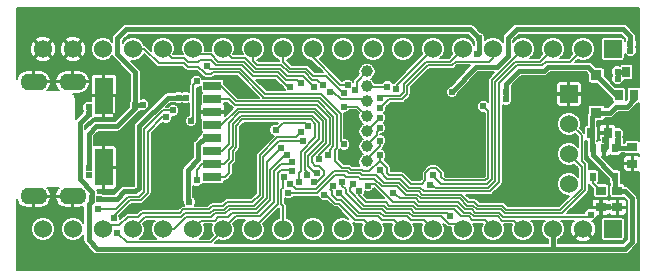
<source format=gbr>
G04 #@! TF.FileFunction,Copper,L2,Bot,Signal*
%FSLAX46Y46*%
G04 Gerber Fmt 4.6, Leading zero omitted, Abs format (unit mm)*
G04 Created by KiCad (PCBNEW 4.0.7-e2-6376~58~ubuntu16.04.1) date Sun Jan 21 16:13:29 2018*
%MOMM*%
%LPD*%
G01*
G04 APERTURE LIST*
%ADD10C,0.100000*%
%ADD11R,0.949960X0.899160*%
%ADD12C,0.609600*%
%ADD13C,0.998220*%
%ADD14R,0.550000X0.800000*%
%ADD15R,0.700000X0.900000*%
%ADD16O,2.300000X1.400000*%
%ADD17R,1.524000X1.524000*%
%ADD18C,1.524000*%
%ADD19C,1.000000*%
%ADD20R,1.500000X0.800000*%
%ADD21R,1.500000X3.100000*%
%ADD22R,0.889000X0.762000*%
%ADD23R,0.762000X0.889000*%
%ADD24C,0.457100*%
%ADD25C,0.152300*%
%ADD26C,0.152400*%
G04 APERTURE END LIST*
D10*
D11*
X49403000Y13665200D03*
X49403000Y16814800D03*
D12*
X50088700Y11339200D03*
X51104700Y9358000D03*
X50393500Y5700400D03*
X37388700Y17079600D03*
X32359500Y16622400D03*
X21691500Y15809600D03*
D13*
X29971900Y13345800D03*
D12*
X11963400Y9702800D03*
D14*
X49087900Y10634200D03*
X50037900Y10634200D03*
X50987900Y10634200D03*
X50987900Y8234200D03*
X49087900Y8234200D03*
D15*
X51943000Y17079000D03*
X51293000Y15179000D03*
X52593000Y15179000D03*
D12*
X14274800Y16052800D03*
X16357600Y6400800D03*
D16*
X1750060Y16278060D03*
X1750060Y6580340D03*
X5049520Y16278060D03*
X5049520Y6580340D03*
D12*
X36829900Y19060800D03*
D17*
X47066200Y15239200D03*
D18*
X47066200Y12699200D03*
X47066200Y10159200D03*
X47066200Y7619200D03*
D12*
X17830800Y6704800D03*
X34797900Y15860400D03*
X14097000Y10160000D03*
X14935200Y10160000D03*
X39370000Y11429200D03*
X41910000Y7619200D03*
X41910000Y8889200D03*
X41910000Y10159200D03*
X43180000Y10159200D03*
X41910000Y12699200D03*
X41910000Y11430000D03*
X27939900Y10170800D03*
X28397100Y13371200D03*
X52070000Y21589200D03*
X49530000Y21589200D03*
X46990000Y21589200D03*
X44450000Y21589200D03*
X41910000Y21589200D03*
X39370000Y21589200D03*
X36830000Y21589200D03*
X34290000Y21589200D03*
X31750000Y21589200D03*
X29210000Y21589200D03*
X26670000Y21589200D03*
X24130000Y21589200D03*
X21590000Y21589200D03*
X19050000Y21589200D03*
X16510000Y21589200D03*
X13970000Y21589200D03*
X11430000Y21589200D03*
X8890000Y21589200D03*
X6350000Y21589200D03*
X3810000Y21589200D03*
X1270000Y21589200D03*
X14097000Y11430000D03*
X15087600Y11430000D03*
X13970000Y12699200D03*
X3810000Y20065200D03*
X6350000Y19049200D03*
X21590000Y19049200D03*
X24130000Y19049200D03*
X26670000Y19049200D03*
X29210000Y19049200D03*
X31750000Y19049200D03*
X44450000Y19049200D03*
X46990000Y19049200D03*
X44450000Y3809200D03*
X39370000Y3809200D03*
X31750000Y3809200D03*
X29210000Y3809200D03*
X26670000Y3809200D03*
X24130000Y3809200D03*
X21590000Y3809200D03*
X16510000Y3809200D03*
X11430000Y3809200D03*
X3810000Y3809200D03*
X52070000Y1269200D03*
X49530000Y1269200D03*
X46990000Y1269200D03*
X44450000Y1269200D03*
X41910000Y1269200D03*
X39370000Y1269200D03*
X36830000Y1269200D03*
X34290000Y1269200D03*
X31750000Y1269200D03*
X29210000Y1269200D03*
X26670000Y1269200D03*
X24130000Y1269200D03*
X21590000Y1269200D03*
X19050000Y1269200D03*
X16510000Y1269200D03*
X13970000Y1269200D03*
X11430000Y1269200D03*
X8890000Y1269200D03*
X6350000Y1269200D03*
X3810000Y1269200D03*
X1270000Y1269200D03*
D19*
X29971900Y15885800D03*
X29971900Y17155800D03*
X29971900Y14615800D03*
X29971900Y12075800D03*
X29971900Y10805800D03*
X29971900Y9535800D03*
D17*
X50800000Y3809200D03*
D18*
X48260000Y3809200D03*
X45720000Y3809200D03*
X43180000Y3809200D03*
X40640000Y3809200D03*
X38100000Y3809200D03*
X35560000Y3809200D03*
X33020000Y3809200D03*
X30480000Y3809200D03*
X27940000Y3809200D03*
X25400000Y3809200D03*
X22860000Y3809200D03*
X20320000Y3809200D03*
X17780000Y3809200D03*
X15240000Y3809200D03*
X12700000Y3809200D03*
X10160000Y3809200D03*
X7620000Y3809200D03*
X5080000Y3809200D03*
X2540000Y3809200D03*
D17*
X50800000Y19049200D03*
D18*
X48260000Y19049200D03*
X45720000Y19049200D03*
X43180000Y19049200D03*
X40640000Y19049200D03*
X38100000Y19049200D03*
X35560000Y19049200D03*
X33020000Y19049200D03*
X30480000Y19049200D03*
X27940000Y19049200D03*
X25400000Y19049200D03*
X22860000Y19049200D03*
X20320000Y19049200D03*
X17780000Y19049200D03*
X15240000Y19049200D03*
X12700000Y19049200D03*
X10160000Y19049200D03*
X7620000Y19049200D03*
X5080000Y19049200D03*
X2540000Y19049200D03*
D20*
X16891000Y15915000D03*
X16891000Y14815000D03*
X16891000Y13715000D03*
X16891000Y12615000D03*
X16891000Y11515000D03*
X16891000Y10415000D03*
X16891000Y9315000D03*
X16891000Y8215000D03*
D21*
X7691000Y9035000D03*
X7691000Y15095000D03*
D22*
X51180900Y7059300D03*
X51180900Y5662300D03*
X52450900Y10742300D03*
X52450900Y9345300D03*
X49783900Y7059300D03*
X49783900Y5662300D03*
D23*
X48958400Y11948800D03*
X50355400Y11948800D03*
D12*
X7162700Y9916800D03*
X30683100Y6818000D03*
X11125100Y16165200D03*
X8686800Y13411200D03*
X6413500Y14121600D03*
X6413500Y13512000D03*
X7327900Y6349200D03*
X6718300Y6425400D03*
X14020800Y14935200D03*
X14630400Y14935200D03*
X52273100Y18908400D03*
X52273100Y19518000D03*
X37185500Y15403200D03*
X35305900Y7554600D03*
X35585400Y8381200D03*
X39319200Y18592800D03*
X39471500Y19975200D03*
X6400700Y9002400D03*
X6400700Y8392800D03*
X10972700Y14336400D03*
X10363100Y14336400D03*
X41757600Y14782800D03*
X41757600Y15392400D03*
X39827200Y14198600D03*
X31089600Y10057600D03*
X14935200Y6096000D03*
X31089500Y8850000D03*
X31089500Y14031600D03*
X31089600Y14934400D03*
X32461200Y15696400D03*
X28346300Y16012800D03*
X27990700Y15327000D03*
X26238100Y15987400D03*
X25476100Y15860400D03*
X24383900Y16165200D03*
X23469600Y15848800D03*
X30073500Y7478400D03*
X29260800Y7009600D03*
X27889100Y7757800D03*
X27584400Y6857200D03*
X27127200Y7466800D03*
X26365200Y6704800D03*
X22936200Y8228800D03*
X23622000Y8686000D03*
X8839100Y3490600D03*
X23621900Y9459600D03*
X23164700Y10069200D03*
X15087600Y12954000D03*
X15544800Y16306800D03*
X22707500Y10678800D03*
X24561700Y11288400D03*
X24384000Y12038800D03*
X8534300Y4709800D03*
X12954000Y13258800D03*
X7175500Y5485600D03*
X13563600Y13868400D03*
X23317200Y6857200D03*
X23469600Y7619200D03*
X26670000Y10057600D03*
X25908000Y9752800D03*
X25450800Y7771600D03*
X25755600Y8533600D03*
X24892000Y8381200D03*
X15544700Y7935600D03*
X24231600Y7771600D03*
X31089500Y11288400D03*
X31089500Y12355200D03*
X31089500Y13244200D03*
X26822300Y15403200D03*
X31699100Y15860400D03*
X28955900Y15555600D03*
X24993500Y12507600D03*
X22250400Y12191200D03*
X37033100Y4887600D03*
X28803600Y7619200D03*
X16459100Y17587600D03*
X28041500Y10983600D03*
X51206300Y16520800D03*
X51206300Y11898000D03*
X51206300Y17130400D03*
X51206300Y11288400D03*
X48920300Y5040000D03*
X32156300Y6868800D03*
X28041500Y14184000D03*
D24*
X50190300Y11847200D02*
X50291900Y11948800D01*
X50190300Y11288400D02*
X50190300Y10786600D01*
X50190300Y10786600D02*
X50037900Y10634200D01*
X50190300Y11288400D02*
X50190300Y11847200D01*
X50088700Y10685000D02*
X50037900Y10634200D01*
D25*
X7691000Y15095000D02*
X8683300Y15095000D01*
X8686800Y15091500D02*
X8686800Y13411200D01*
X8683300Y15095000D02*
X8686800Y15091500D01*
D24*
X51180900Y6995800D02*
X51830600Y6995800D01*
X52425600Y2743200D02*
X52425600Y6400800D01*
X51816000Y2133600D02*
X52425600Y2743200D01*
X51816000Y2133600D02*
X45720000Y2133600D01*
X51830600Y6995800D02*
X52425600Y6400800D01*
X50987900Y8234200D02*
X50987900Y7188800D01*
X50987900Y7188800D02*
X51180900Y6995800D01*
X50987900Y8234200D02*
X50907700Y8234200D01*
X50907700Y8234200D02*
X49087900Y10054000D01*
X49087900Y10054000D02*
X49087900Y10634200D01*
X49021900Y11948800D02*
X49021900Y10700200D01*
X49021900Y10700200D02*
X49087900Y10634200D01*
X49021900Y11948800D02*
X49021900Y13284100D01*
X49021900Y13284100D02*
X49403000Y13665200D01*
X6413500Y13512000D02*
X6413500Y14121600D01*
X5651500Y8025600D02*
X5651500Y12750000D01*
X6718300Y6958800D02*
X5651500Y8025600D01*
X6718300Y6196800D02*
X6718300Y6958800D01*
X5651500Y12750000D02*
X6413500Y13512000D01*
X6413500Y5892000D02*
X6413500Y2844000D01*
X6413500Y2844000D02*
X7124700Y2132800D01*
X7124700Y2132800D02*
X45720000Y2132800D01*
X6718300Y6196800D02*
X6413500Y5892000D01*
X45720000Y2133600D02*
X45720000Y2132800D01*
X6718300Y6196800D02*
X6718300Y6425400D01*
X7327900Y6349200D02*
X8777330Y6349200D01*
X9438134Y7010004D02*
X10375900Y7010004D01*
X8777330Y6349200D02*
X9438134Y7010004D01*
X10668396Y12507466D02*
X10668396Y7302500D01*
X10668396Y7302500D02*
X10375900Y7010004D01*
X14033500Y14935200D02*
X13096130Y14935200D01*
X13096130Y14935200D02*
X10668396Y12507466D01*
X14020800Y14935200D02*
X14033500Y14935200D01*
X14033500Y14935200D02*
X14630400Y14935200D01*
X49403000Y13665200D02*
X50546000Y13665200D01*
X51968400Y14173200D02*
X52593000Y14797800D01*
X51054000Y14173200D02*
X51968400Y14173200D01*
X50546000Y13665200D02*
X51054000Y14173200D01*
X52593000Y14797800D02*
X52593000Y15179000D01*
X45720000Y3809200D02*
X45720000Y2133600D01*
X52273100Y19518000D02*
X52273100Y18908400D01*
X42671900Y20726300D02*
X51674400Y20726300D01*
X52273100Y20127600D02*
X52273100Y19518000D01*
X51674400Y20726300D02*
X52273100Y20127600D01*
X37185500Y15403200D02*
X37196952Y15403200D01*
X41910000Y19964400D02*
X41910000Y18440400D01*
X42671900Y20726300D02*
X41910000Y19964400D01*
X41910000Y18440400D02*
X40994948Y17525348D01*
X39166700Y17525348D02*
X40994948Y17525348D01*
X37196952Y15403200D02*
X39166700Y17525348D01*
D25*
X40843052Y10870400D02*
X40843052Y16281480D01*
D26*
X44653200Y17982400D02*
X45720000Y19049200D01*
X42672000Y17982400D02*
X44653200Y17982400D01*
D25*
X42543972Y17982400D02*
X42672000Y17982400D01*
X40843052Y16281480D02*
X42543972Y17982400D01*
X35814000Y7313460D02*
X40259018Y7313460D01*
X40843679Y10869773D02*
X40843052Y10870400D01*
X40843679Y7898121D02*
X40843679Y10869773D01*
X40259018Y7313460D02*
X40843679Y7898121D01*
X35305900Y7554600D02*
X35381160Y7554600D01*
X35381160Y7554600D02*
X35814000Y7313460D01*
X35585400Y8381200D02*
X35585400Y8303862D01*
X40132848Y7618062D02*
X40538548Y8023762D01*
X40538548Y8023762D02*
X40538548Y8381200D01*
X40538548Y8381200D02*
X40538400Y8381200D01*
X36271200Y7618062D02*
X40132848Y7618062D01*
X35585400Y8303862D02*
X36271200Y7618062D01*
X40538400Y8381200D02*
X40538400Y16407600D01*
X40538400Y16407600D02*
X43180000Y19049200D01*
D24*
X8839200Y18603500D02*
X10363100Y17079600D01*
X10363100Y17079600D02*
X10363100Y14336400D01*
X8839200Y18603500D02*
X8839200Y19964400D01*
X39319200Y18592800D02*
X39471600Y18745200D01*
X39471600Y18745200D02*
X39471500Y19975200D01*
X38709600Y20726400D02*
X39471500Y19975200D01*
X9601200Y20726400D02*
X8839200Y19964400D01*
X38709600Y20726400D02*
X9601200Y20726400D01*
X10363100Y14031600D02*
X10363100Y14336400D01*
X6400700Y11898000D02*
X6400700Y9002400D01*
X7010300Y12507600D02*
X6400700Y11898000D01*
X8839100Y12507600D02*
X7010300Y12507600D01*
X10363100Y14031600D02*
X8839100Y12507600D01*
X45299718Y17525348D02*
X48692452Y17525348D01*
X45299718Y17525348D02*
X44994918Y17220548D01*
X44994918Y17220548D02*
X42859190Y17220548D01*
X42859190Y17220548D02*
X41757600Y16118958D01*
X41757600Y15392400D02*
X41757600Y16118958D01*
X48692452Y17525348D02*
X49403000Y16814800D01*
X10972700Y14336400D02*
X10363100Y14336400D01*
X41757600Y14782800D02*
X41757600Y15392400D01*
X51293000Y15179000D02*
X51038800Y15179000D01*
X51038800Y15179000D02*
X49403000Y16814800D01*
D25*
X16148950Y17074250D02*
X16159650Y17074250D01*
X27279500Y9611604D02*
X27889100Y9002004D01*
X27889100Y9002004D02*
X28446240Y9002004D01*
X28446240Y9002004D02*
X28598640Y8849604D01*
X28598640Y8849604D02*
X29513040Y8849604D01*
X29513040Y8849604D02*
X29665440Y8697204D01*
X29665440Y8697204D02*
X30174704Y8697204D01*
X30174704Y8697204D02*
X31089500Y9612000D01*
X27431900Y10678800D02*
X27431900Y13460342D01*
X27431900Y10678800D02*
X27279500Y10526400D01*
X21183500Y14934252D02*
X21183500Y14987286D01*
X21183500Y14987286D02*
X19102440Y17068346D01*
X25957990Y14934252D02*
X27431900Y13460342D01*
X21183500Y14934252D02*
X25957990Y14934252D01*
X27279500Y10526400D02*
X27279500Y9611604D01*
X16916300Y17068346D02*
X19102440Y17068346D01*
X16775154Y16927200D02*
X16916300Y17068346D01*
X16306700Y16927200D02*
X16775154Y16927200D01*
X16159650Y17074250D02*
X16306700Y16927200D01*
X16154854Y17068346D02*
X16148950Y17074250D01*
X16148950Y17074250D02*
X15697200Y17526000D01*
X14782800Y17526000D02*
X15697200Y17526000D01*
X14478000Y17830800D02*
X14782800Y17526000D01*
X12344400Y17830800D02*
X14478000Y17830800D01*
X11126000Y19049200D02*
X12344400Y17830800D01*
X10160000Y19049200D02*
X11126000Y19049200D01*
X31089500Y9612000D02*
X31699100Y9002400D01*
X31699100Y9002400D02*
X31699100Y8545200D01*
X31699100Y8545200D02*
X31851500Y8392800D01*
X31851500Y8392800D02*
X32918300Y8392800D01*
X32918300Y8392800D02*
X33680300Y7630800D01*
X33680300Y7630800D02*
X34594700Y7630800D01*
X34594700Y7630800D02*
X34899500Y7935600D01*
X34899500Y7935600D02*
X34899500Y8545200D01*
X35814000Y8990800D02*
X35345100Y8990800D01*
X35814000Y8990800D02*
X36271100Y8533700D01*
X36271100Y8533700D02*
X36271100Y8201334D01*
X36271100Y8201334D02*
X36548434Y7924000D01*
X36548434Y7924000D02*
X40008014Y7924000D01*
X40008014Y7924000D02*
X40233748Y8149734D01*
X40233748Y13792052D02*
X39827200Y14198600D01*
X40233748Y8149734D02*
X40233748Y13792052D01*
X35345100Y8990800D02*
X34899500Y8545200D01*
X31089500Y9612000D02*
X31089600Y9612100D01*
X31089600Y9612100D02*
X31089600Y10057600D01*
D24*
X16891000Y11515000D02*
X16239400Y11515000D01*
X16239400Y11515000D02*
X15697200Y10972800D01*
X15697200Y10972800D02*
X15697200Y9753600D01*
X15697200Y9753600D02*
X14782800Y8839200D01*
X14782800Y8839200D02*
X14782800Y6248400D01*
X14782800Y6248400D02*
X14935200Y6096000D01*
D25*
X34489900Y7313658D02*
X33566670Y7313658D01*
X33566670Y7313658D02*
X32792130Y8088198D01*
X32792130Y8088198D02*
X31698902Y8088198D01*
X31698902Y8088198D02*
X31089500Y8697600D01*
X41173400Y16002000D02*
X41173400Y16181056D01*
D26*
X42824400Y17677600D02*
X44805600Y17677600D01*
X44805600Y17677600D02*
X45110400Y17982400D01*
X45110400Y17982400D02*
X47193200Y17982400D01*
X48260000Y19049200D02*
X47193200Y17982400D01*
D25*
X42669944Y17677600D02*
X42824400Y17677600D01*
X41173400Y16181056D02*
X42669944Y17677600D01*
X34489900Y7313658D02*
X34794700Y7008858D01*
X34794700Y7008858D02*
X40385258Y7008858D01*
D26*
X40385258Y7008858D02*
X41173400Y7797000D01*
X41173400Y7797000D02*
X41173400Y16002000D01*
D25*
X31089500Y8697600D02*
X31089500Y8850000D01*
X31089500Y8697600D02*
X31089500Y8850000D01*
X33375600Y15391600D02*
X33375600Y15239200D01*
D26*
X33375600Y15950400D02*
X35102800Y17677600D01*
X35102800Y17677600D02*
X37185600Y17677600D01*
X37185600Y17677600D02*
X37490400Y17982400D01*
X37490400Y17982400D02*
X40335200Y17982400D01*
X33375600Y15391600D02*
X33375600Y15950400D01*
X40335200Y17982400D02*
X40640000Y18287200D01*
D25*
X31854582Y14782000D02*
X31089500Y14031600D01*
X32918400Y14782000D02*
X31854582Y14782000D01*
X33375600Y15239200D02*
X32918400Y14782000D01*
D26*
X40640000Y18287200D02*
X40640000Y19049200D01*
D25*
X33070800Y15544000D02*
X33070800Y15403300D01*
X31253600Y15098400D02*
X31089600Y14934400D01*
X32765900Y15098400D02*
X31253600Y15098400D01*
X33070800Y15403300D02*
X32765900Y15098400D01*
D26*
X33070800Y16102800D02*
X34950400Y17982400D01*
X34950400Y17982400D02*
X37033200Y17982400D01*
X37033200Y17982400D02*
X38100000Y19049200D01*
X33070800Y16102800D02*
X33070800Y15544000D01*
X32461200Y15696400D02*
X32486600Y15721800D01*
X32486600Y15721800D02*
X32486600Y15975800D01*
X32486600Y15975800D02*
X35560000Y19049200D01*
X27732981Y16005019D02*
X28346300Y16012800D01*
X25400000Y18338000D02*
X27732981Y16005019D01*
X25400000Y18338000D02*
X25400000Y19049200D01*
D25*
X23469500Y17384400D02*
X24814672Y17384400D01*
X27980158Y15327000D02*
X27990700Y15327000D01*
X26533070Y16774088D02*
X27980158Y15327000D01*
X25424984Y16774088D02*
X26533070Y16774088D01*
X24814672Y17384400D02*
X25424984Y16774088D01*
X22860000Y17993900D02*
X22860000Y19049200D01*
X23469500Y17384400D02*
X22860000Y17993900D01*
X26212700Y15987400D02*
X26212700Y16012800D01*
X22720714Y17696629D02*
X20681013Y17696629D01*
X20320000Y18057642D02*
X20320000Y19049200D01*
X20320000Y18057642D02*
X20681013Y17696629D01*
X23354830Y17068298D02*
X22720714Y17702414D01*
X22720714Y17702414D02*
X22720714Y17696629D01*
X24700002Y17068298D02*
X23354830Y17068298D01*
X25298814Y16469486D02*
X24700002Y17068298D01*
X25756014Y16469486D02*
X25298814Y16469486D01*
X26212700Y16012800D02*
X25756014Y16469486D01*
X26238100Y15987400D02*
X26212700Y15987400D01*
X23228660Y16763696D02*
X24572804Y16763696D01*
X21335900Y17384400D02*
X20562400Y17384400D01*
X21343527Y17392027D02*
X21335900Y17384400D01*
X22600329Y17392027D02*
X21343527Y17392027D01*
X23228660Y16763696D02*
X22600329Y17392027D01*
D26*
X20562400Y17384400D02*
X19659600Y18287200D01*
X18542000Y18287200D02*
X17780000Y19049200D01*
X19659600Y18287200D02*
X18542000Y18287200D01*
D25*
X24572804Y16763696D02*
X25476100Y15860400D01*
X23103184Y16458400D02*
X24090700Y16458400D01*
X24090700Y16458400D02*
X24383900Y16165200D01*
X19507100Y17982400D02*
X19533558Y17982400D01*
X22481984Y17079600D02*
X23103184Y16458400D01*
X20436358Y17079600D02*
X22481984Y17079600D01*
X19533558Y17982400D02*
X20436358Y17079600D01*
D26*
X15697200Y18592000D02*
X15240000Y19049200D01*
X19507100Y17982400D02*
X17373600Y17982400D01*
X17373600Y17982400D02*
X16764000Y18592000D01*
X16764000Y18592000D02*
X15697200Y18592000D01*
D25*
X19354700Y17677600D02*
X19407586Y17677600D01*
X23282012Y15848800D02*
X23469600Y15848800D01*
X22355814Y16774998D02*
X23282012Y15848800D01*
X20310188Y16774998D02*
X22355814Y16774998D01*
X19407586Y17677600D02*
X20310188Y16774998D01*
X14478000Y18287200D02*
X13462198Y18287200D01*
X13462000Y18287200D02*
X12700000Y19049200D01*
D26*
X19354700Y17677600D02*
X17221200Y17677600D01*
X17221200Y17677600D02*
X16764000Y18134800D01*
X16764000Y18134800D02*
X15849600Y18134800D01*
X15849600Y18134800D02*
X15697200Y17982400D01*
X15697200Y17982400D02*
X14782800Y17982400D01*
D25*
X14782800Y17982400D02*
X14478000Y18287200D01*
X13462198Y18287200D02*
X13462000Y18287002D01*
X13462000Y18287002D02*
X13462000Y18287200D01*
X32168048Y6095052D02*
X30632300Y7630800D01*
X30632300Y7630800D02*
X30225900Y7630800D01*
X30225900Y7630800D02*
X30073500Y7478400D01*
X37569832Y5790252D02*
X34263790Y5790252D01*
X42391203Y4521200D02*
X41403256Y4521200D01*
X43103203Y3809200D02*
X42391203Y4521200D01*
X39014420Y4876050D02*
X38709620Y5180850D01*
X38709620Y5180850D02*
X38179234Y5180850D01*
X41048406Y4876050D02*
X39014420Y4876050D01*
X37569832Y5790252D02*
X38179234Y5180850D01*
X41403256Y4521200D02*
X41048406Y4876050D01*
X34263790Y5790252D02*
X33958990Y6095052D01*
X33958990Y6095052D02*
X32168048Y6095052D01*
X43180000Y3809200D02*
X43103203Y3809200D01*
D26*
X37338000Y5485600D02*
X37947352Y4876248D01*
D25*
X34137600Y5485600D02*
X34137600Y5485670D01*
D26*
X34137600Y5485600D02*
X37338000Y5485600D01*
D25*
X39928800Y4571448D02*
X38888250Y4571448D01*
X38888250Y4571448D02*
X38583450Y4876248D01*
X38583450Y4876248D02*
X37947352Y4876248D01*
X40640000Y3860248D02*
X39928800Y4571448D01*
X33832820Y5790450D02*
X31851550Y5790450D01*
X34137600Y5485670D02*
X33832820Y5790450D01*
X40640000Y3809200D02*
X40640000Y3860248D01*
D26*
X29870400Y6095200D02*
X31546800Y6095200D01*
X31546800Y6095200D02*
X31851550Y5790450D01*
X29260800Y7009600D02*
X29260800Y6704800D01*
X29260800Y6704800D02*
X29870400Y6095200D01*
D25*
X36271200Y4876000D02*
X33832948Y4876000D01*
X33832800Y4875852D02*
X33832800Y4876000D01*
X33832948Y4876000D02*
X33832800Y4875852D01*
X36880800Y4266400D02*
X36271200Y4876000D01*
X37642800Y4266400D02*
X36880800Y4266400D01*
X37642800Y4266400D02*
X38100000Y3809200D01*
D26*
X27889100Y7453000D02*
X28194000Y7162000D01*
X33528000Y5180800D02*
X33832800Y4876000D01*
X31546800Y5180800D02*
X33528000Y5180800D01*
X31242000Y5485600D02*
X31546800Y5180800D01*
X29565600Y5485600D02*
X31242000Y5485600D01*
X28194000Y6857200D02*
X29565600Y5485600D01*
X28194000Y7162000D02*
X28194000Y6857200D01*
X27889100Y7757800D02*
X27889100Y7453000D01*
X27584400Y6857200D02*
X29260800Y5180800D01*
X29260800Y5180800D02*
X31089600Y5180800D01*
X31089600Y5180800D02*
X31394400Y4876000D01*
X31394400Y4876000D02*
X33375600Y4876000D01*
X33375600Y4876000D02*
X33680400Y4571200D01*
X33680400Y4571200D02*
X34798000Y4571200D01*
X34798000Y4571200D02*
X35560000Y3809200D01*
X27127200Y7466800D02*
X26974800Y7314397D01*
X26974800Y7314397D02*
X26822400Y7162000D01*
X26822400Y7162000D02*
X26974800Y7009600D01*
X26974800Y7009600D02*
X26974800Y6704800D01*
X26974800Y6704800D02*
X27432000Y6247600D01*
X27432000Y6247600D02*
X27736800Y6247600D01*
X27736800Y6247600D02*
X29108400Y4876000D01*
X29108400Y4876000D02*
X30937200Y4876000D01*
X30937200Y4876000D02*
X31242000Y4571200D01*
X31242000Y4571200D02*
X32258000Y4571200D01*
X32258000Y4571200D02*
X33020000Y3809200D01*
X26365200Y6704800D02*
X26517600Y6704800D01*
X26517600Y6704800D02*
X27279600Y5942800D01*
X27279600Y5942800D02*
X27584400Y5942800D01*
X27584400Y5942800D02*
X28956000Y4571200D01*
X28956000Y4571200D02*
X29718000Y4571200D01*
X29718000Y4571200D02*
X30480000Y3809200D01*
X22860000Y3809200D02*
X22860000Y5790400D01*
X22860000Y5790400D02*
X22707600Y5942800D01*
X22707600Y5942800D02*
X22707600Y7162000D01*
X22707600Y7162000D02*
X22860000Y7314400D01*
X22860000Y7314400D02*
X22860000Y8152600D01*
X22860000Y8152600D02*
X22936200Y8228800D01*
X22402800Y8533600D02*
X22402800Y5892000D01*
X22402800Y5892000D02*
X20320000Y3809200D01*
X22402800Y8533600D02*
X22707600Y8838400D01*
X22707600Y8838400D02*
X23469600Y8838400D01*
X23469600Y8838400D02*
X23622000Y8686000D01*
D25*
X9637300Y2692400D02*
X8839100Y3490600D01*
X16764000Y2692400D02*
X9804400Y2692400D01*
X16764000Y2692400D02*
X17780000Y3708400D01*
X9804400Y2692400D02*
X9637300Y2692400D01*
X22098000Y8697600D02*
X22098000Y8697700D01*
X23469500Y9307200D02*
X23621900Y9459600D01*
X22707500Y9307200D02*
X23469500Y9307200D01*
X22098000Y8697700D02*
X22707500Y9307200D01*
X17780000Y3809200D02*
X17780000Y3708400D01*
D26*
X22098000Y8697600D02*
X22098000Y6095200D01*
X18846800Y4876000D02*
X17780000Y3809200D01*
X20878800Y4876000D02*
X18846800Y4876000D01*
X22098000Y6095200D02*
X20878800Y4876000D01*
D25*
X21793200Y8850000D02*
X21793200Y8850100D01*
X21793200Y8850100D02*
X23012300Y10069200D01*
X23012300Y10069200D02*
X23164700Y10069200D01*
X18187200Y4826000D02*
X17373600Y4826000D01*
D26*
X21793200Y6298400D02*
X21793200Y8850000D01*
X20675600Y5180800D02*
X21793200Y6298400D01*
X18542000Y5180800D02*
X20675600Y5180800D01*
D25*
X18187200Y4826000D02*
X18542000Y5180800D01*
X15952000Y4521200D02*
X15240000Y3809200D01*
X17068800Y4521200D02*
X15952000Y4521200D01*
X17373600Y4826000D02*
X17068800Y4521200D01*
X15087600Y13106400D02*
X15240000Y13258800D01*
X15240000Y13258800D02*
X15240000Y16002000D01*
X15240000Y16002000D02*
X15544800Y16306800D01*
X15087600Y12954000D02*
X15087600Y13106400D01*
X21488300Y6424342D02*
X21488300Y9459600D01*
X21488300Y9459600D02*
X22707500Y10678800D01*
X12700000Y3809200D02*
X13613442Y3809200D01*
X14630721Y4826479D02*
X14630721Y4826000D01*
X13613442Y3809200D02*
X14630721Y4826479D01*
X21488300Y6424342D02*
X20549410Y5485452D01*
X20549410Y5485452D02*
X18338050Y5485452D01*
X18338050Y5485452D02*
X17983200Y5130602D01*
X17983200Y5130602D02*
X17094002Y5130602D01*
X17094002Y5130602D02*
X16789400Y4826000D01*
X16789400Y4826000D02*
X14630721Y4826000D01*
X21183302Y8088000D02*
X21183302Y9943030D01*
X21183302Y9943030D02*
X22517072Y11276800D01*
X24550100Y11276800D02*
X24561700Y11288400D01*
X22517072Y11276800D02*
X24550100Y11276800D01*
X21183600Y6552400D02*
X21183600Y8087702D01*
D26*
X20421600Y5790400D02*
X21183600Y6552400D01*
X18211800Y5790400D02*
X20421600Y5790400D01*
X17881600Y5460200D02*
X18211800Y5790400D01*
X10160000Y3809200D02*
X11176000Y4825200D01*
X14198600Y4825200D02*
X11176000Y4825200D01*
X14554200Y5180800D02*
X14198600Y4825200D01*
X16713200Y5180800D02*
X14554200Y5180800D01*
X16992600Y5460200D02*
X16713200Y5180800D01*
X17881600Y5460200D02*
X16992600Y5460200D01*
D25*
X21183600Y8087702D02*
X21183302Y8088000D01*
X20878700Y6716400D02*
X20878700Y10069200D01*
X20878700Y10069200D02*
X22390902Y11581402D01*
X22390902Y11581402D02*
X23938400Y11581402D01*
X23938400Y11581402D02*
X23938400Y11593200D01*
X23938400Y11593200D02*
X24384000Y12038800D01*
X20269100Y6095200D02*
X20269100Y6106800D01*
X20269100Y6106800D02*
X20878700Y6716400D01*
X10592600Y4826000D02*
X9702800Y4826000D01*
X8229600Y4114800D02*
X7924000Y3809200D01*
X8991600Y4114800D02*
X8229600Y4114800D01*
X9702800Y4826000D02*
X8991600Y4114800D01*
X8228800Y3809200D02*
X7620000Y3809200D01*
X7620000Y3809200D02*
X7822400Y3809200D01*
X10592600Y4826000D02*
X10947400Y5180800D01*
D26*
X17754600Y5765000D02*
X16865600Y5765000D01*
X16865600Y5765000D02*
X16586200Y5485600D01*
X16586200Y5485600D02*
X14427200Y5485600D01*
X14427200Y5485600D02*
X14122400Y5180800D01*
X17754600Y5765000D02*
X18084800Y6095200D01*
X18084800Y6095200D02*
X20269100Y6095200D01*
X14122400Y5180800D02*
X10947400Y5180800D01*
D25*
X8534300Y4876700D02*
X8534300Y4709800D01*
X10820300Y6248300D02*
X9905900Y6248300D01*
X9905900Y6248300D02*
X8534300Y4876700D01*
X12954000Y13258800D02*
X12649200Y13258800D01*
X11430000Y6858000D02*
X10820300Y6248300D01*
X10820300Y6248300D02*
X10820400Y6248400D01*
X11430000Y12039600D02*
X11430000Y6858000D01*
X12649200Y13258800D02*
X11430000Y12039600D01*
X8713228Y5486400D02*
X9779830Y6553002D01*
X9779830Y6553002D02*
X10694230Y6553002D01*
X11125398Y12318170D02*
X11125398Y6984170D01*
X11125398Y6984170D02*
X10694230Y6553002D01*
X13563600Y13868400D02*
X12675628Y13868400D01*
X12675628Y13868400D02*
X11125398Y12318170D01*
X7175500Y5485600D02*
X8713228Y5486400D01*
X28041500Y8392800D02*
X27291130Y8392800D01*
D26*
X23317200Y6857200D02*
X25755500Y6857200D01*
D25*
X25755500Y6857200D02*
X25755530Y6857200D01*
X32550514Y7415414D02*
X31278458Y7415414D01*
X34542360Y6399654D02*
X37821974Y6399654D01*
X33261474Y6704454D02*
X32550514Y7415414D01*
X34237560Y6704454D02*
X34542360Y6399654D01*
X48158400Y9601200D02*
X48158400Y11734800D01*
X48463002Y9296598D02*
X48158400Y9601200D01*
X48158400Y11734800D02*
X47194000Y12699200D01*
X34237560Y6704454D02*
X33261474Y6704454D01*
X48463002Y7111506D02*
X48463002Y9296598D01*
X46481900Y5130404D02*
X48463002Y7111506D01*
X41655596Y5130404D02*
X46481900Y5130404D01*
X41300746Y5485254D02*
X41655596Y5130404D01*
X39266760Y5485254D02*
X41300746Y5485254D01*
X38961960Y5790054D02*
X39266760Y5485254D01*
X38431574Y5790054D02*
X38961960Y5790054D01*
X37821974Y6399654D02*
X38431574Y5790054D01*
X28193900Y8240400D02*
X28041500Y8392800D01*
X29260700Y8240400D02*
X28193900Y8240400D01*
X29413100Y8088000D02*
X29260700Y8240400D01*
X30605872Y8088000D02*
X29413100Y8088000D01*
X31278458Y7415414D02*
X30605872Y8088000D01*
X27291130Y8392800D02*
X25755530Y6857200D01*
X47066200Y12699200D02*
X47194000Y12699200D01*
X31404628Y7720016D02*
X32676684Y7720016D01*
X34668530Y6704256D02*
X37948144Y6704256D01*
X37948144Y6704256D02*
X38545600Y6106800D01*
X38545600Y6106800D02*
X39075986Y6106800D01*
X39075986Y6106800D02*
X39392930Y5789856D01*
X39392930Y5789856D02*
X41426916Y5789856D01*
X41426916Y5789856D02*
X41781766Y5435006D01*
X41781766Y5435006D02*
X46355730Y5435006D01*
X46355730Y5435006D02*
X48158400Y7237676D01*
X48158400Y7237676D02*
X48158400Y9067000D01*
X34363730Y7009056D02*
X34668530Y6704256D01*
X47066200Y10159200D02*
X48158400Y9067000D01*
X34363730Y7009056D02*
X33387644Y7009056D01*
X25629558Y7162000D02*
X27164960Y8697402D01*
X27164960Y8697402D02*
X28320070Y8697402D01*
X28320070Y8697402D02*
X28472470Y8545002D01*
X28472470Y8545002D02*
X29386870Y8545002D01*
X29386870Y8545002D02*
X29539270Y8392602D01*
X29539270Y8392602D02*
X30732042Y8392602D01*
X30732042Y8392602D02*
X31404628Y7720016D01*
X25629558Y7162000D02*
X25603100Y7162000D01*
X32676684Y7720016D02*
X33387644Y7009056D01*
D26*
X23469600Y7619200D02*
X23926800Y7162000D01*
X23926800Y7162000D02*
X25603100Y7162000D01*
D25*
X18898400Y14629600D02*
X17613000Y15915000D01*
X26847800Y10235400D02*
X26847800Y10514652D01*
X26847800Y10514652D02*
X27127094Y10831193D01*
X27127094Y10831193D02*
X27127200Y13334200D01*
D26*
X25831800Y14629600D02*
X27127200Y13334200D01*
D25*
X26670000Y10057600D02*
X26847800Y10235400D01*
X25831800Y14629600D02*
X18898400Y14629600D01*
X17613000Y15915000D02*
X16891000Y15915000D01*
X25704800Y14324800D02*
X18772428Y14324800D01*
D26*
X25908000Y10057600D02*
X25908000Y9752800D01*
X26822400Y10972000D02*
X25908000Y10057600D01*
X26822400Y13207200D02*
X26822400Y10972000D01*
X25704800Y14324800D02*
X26822400Y13207200D01*
D25*
X18282228Y14815000D02*
X16891000Y14815000D01*
X18772428Y14324800D02*
X18282228Y14815000D01*
X25590100Y14007700D02*
X19036900Y14007700D01*
D26*
X26517600Y13080200D02*
X25590100Y14007700D01*
X26517600Y11124400D02*
X26517600Y13080200D01*
X25298400Y9905200D02*
X26517600Y11124400D01*
X25298400Y9448000D02*
X25298400Y9905200D01*
X25603200Y9143200D02*
X25298400Y9448000D01*
X25908000Y9143200D02*
X25603200Y9143200D01*
X26365200Y8686000D02*
X25908000Y9143200D01*
X26365200Y8381200D02*
X26365200Y8686000D01*
X25450800Y7771600D02*
X25755600Y7771600D01*
X25755600Y7771600D02*
X26365200Y8381200D01*
D25*
X17644200Y12615000D02*
X16891000Y12615000D01*
X19036900Y14007700D02*
X17644200Y12615000D01*
X24993500Y9143300D02*
X24993500Y10031342D01*
X24993452Y10031390D02*
X24993452Y10031094D01*
X24993500Y10031342D02*
X24993452Y10031390D01*
X26212700Y12954258D02*
X26212700Y11250342D01*
X26212700Y11250342D02*
X24993452Y10031094D01*
X25463860Y13703098D02*
X26212700Y12954258D01*
X25463860Y13703098D02*
X19163070Y13703098D01*
X19163070Y13703098D02*
X18288000Y12828028D01*
X17730200Y10415000D02*
X16891000Y10415000D01*
X18288000Y10972800D02*
X17730200Y10415000D01*
X18288000Y12828028D02*
X18288000Y10972800D01*
D26*
X25603200Y8533600D02*
X24993500Y9143300D01*
X25603200Y8533600D02*
X25755600Y8533600D01*
D25*
X24688800Y8838400D02*
X24688800Y10221502D01*
D26*
X24892000Y8635200D02*
X24688800Y8838400D01*
X24892000Y8381200D02*
X24892000Y8635200D01*
D25*
X25908098Y12828088D02*
X25337690Y13398496D01*
X25908098Y11440800D02*
X25908098Y12828088D01*
X24688800Y10221502D02*
X25908098Y11440800D01*
X18592602Y10846630D02*
X18592602Y12701858D01*
X18592602Y12701858D02*
X19289240Y13398496D01*
X19289240Y13398496D02*
X25337690Y13398496D01*
X17849400Y9315000D02*
X16891000Y9315000D01*
X18592602Y10846630D02*
X18288000Y10542028D01*
X18288000Y10542028D02*
X18288000Y9753600D01*
X18288000Y9753600D02*
X17849400Y9315000D01*
X16020600Y9315000D02*
X15544800Y8839200D01*
X15544800Y8839200D02*
X15544700Y7935600D01*
X16891000Y9315000D02*
X16020600Y9315000D01*
X18897204Y10720460D02*
X18897204Y12575688D01*
X18897204Y12575688D02*
X19415410Y13093894D01*
X24383900Y10347374D02*
X25603496Y11566970D01*
X25603496Y12701918D02*
X25603496Y11566970D01*
X24383900Y8685900D02*
X24383900Y10347374D01*
X25211520Y13093894D02*
X19415410Y13093894D01*
X25603496Y12701918D02*
X25211520Y13093894D01*
X17968600Y8215000D02*
X16891000Y8215000D01*
X18288000Y8534400D02*
X17968600Y8215000D01*
X18288000Y9322828D02*
X18288000Y8534400D01*
X18592602Y9627430D02*
X18288000Y9322828D01*
X18592602Y10415858D02*
X18592602Y9627430D01*
X18897204Y10720460D02*
X18592602Y10415858D01*
D26*
X24231600Y8533600D02*
X24383900Y8685900D01*
X24231600Y7771600D02*
X24231600Y8533600D01*
D25*
X31089500Y10831200D02*
X29971900Y9713600D01*
X31089500Y11288400D02*
X31089500Y10831200D01*
X29971900Y9713600D02*
X29971900Y9535800D01*
X29971900Y10805800D02*
X29971900Y10932800D01*
X29971900Y10932800D02*
X30784700Y11745600D01*
X30784700Y11745600D02*
X30784700Y12050400D01*
X30784700Y12050400D02*
X31089500Y12355200D01*
X31089500Y13244200D02*
X31089500Y13193400D01*
X31089500Y13193400D02*
X29971900Y12075800D01*
X29794100Y14793600D02*
X27736700Y14793600D01*
X27127100Y15403200D02*
X27736700Y14793600D01*
X26822300Y15403200D02*
X27127100Y15403200D01*
X29794100Y14793600D02*
X29971900Y14615800D01*
X29997300Y15860400D02*
X31699100Y15860400D01*
X29997300Y15860400D02*
X29971900Y15885800D01*
X28955900Y15555600D02*
X28955900Y15708000D01*
X22250400Y12202900D02*
X22836792Y12789292D01*
X22836792Y12789292D02*
X24711808Y12789292D01*
X24711808Y12789292D02*
X24993500Y12507600D01*
X29108300Y16292200D02*
X29971900Y17155800D01*
X29108300Y15860400D02*
X29108300Y16292200D01*
X28955900Y15708000D02*
X29108300Y15860400D01*
X22250400Y12202800D02*
X22250400Y12202900D01*
X22250400Y12191200D02*
X22250400Y12202800D01*
X22250400Y12202800D02*
X22250400Y12202900D01*
X36739800Y5180900D02*
X37033100Y4887600D01*
X33985100Y5180900D02*
X36739800Y5180900D01*
D26*
X28803600Y7619200D02*
X28498800Y7314397D01*
X28498800Y7314397D02*
X28498800Y7009600D01*
X28498800Y7009600D02*
X29718000Y5790400D01*
X29718000Y5790400D02*
X31394400Y5790400D01*
X31394400Y5790400D02*
X31699200Y5485600D01*
X31699200Y5485600D02*
X33680400Y5485600D01*
X33680400Y5485600D02*
X33985100Y5180900D01*
D25*
X17068700Y17372948D02*
X16673752Y17372948D01*
X16673752Y17372948D02*
X16459100Y17587600D01*
X21348542Y15253016D02*
X26069998Y15253016D01*
X26069998Y15253016D02*
X27736700Y13586314D01*
X27736700Y11288400D02*
X28041500Y10983600D01*
X27736700Y13586314D02*
X27736700Y11288400D01*
X17095010Y17372948D02*
X17068700Y17372948D01*
X17068700Y17372948D02*
X19228610Y17372948D01*
X19228610Y17372948D02*
X21348542Y15253016D01*
X49087900Y8234200D02*
X49087900Y7691800D01*
X49087900Y7691800D02*
X49783900Y6995800D01*
D24*
X51206300Y17130400D02*
X51206300Y16520800D01*
X51943000Y17079000D02*
X51511700Y17079000D01*
X51511700Y17079000D02*
X51206300Y17130400D01*
X51206300Y11288400D02*
X51206300Y11898000D01*
X51206300Y11288400D02*
X51206300Y10852600D01*
X51206300Y10852600D02*
X50987900Y10634200D01*
X52450900Y10678800D02*
X51032500Y10678800D01*
X51032500Y10678800D02*
X50987900Y10634200D01*
D25*
X48248902Y4825802D02*
X48706102Y4825802D01*
X37695804Y6095052D02*
X38305404Y5485452D01*
X38305404Y5485452D02*
X38835790Y5485452D01*
X38835790Y5485452D02*
X39140590Y5180652D01*
X39140590Y5180652D02*
X41174576Y5180652D01*
X41174576Y5180652D02*
X41529426Y4825802D01*
X34085160Y6399654D02*
X32777846Y6399654D01*
X34085160Y6399654D02*
X34389762Y6095052D01*
X32777846Y6399654D02*
X32156300Y6868800D01*
X34389762Y6095052D02*
X37695804Y6095052D01*
X41529426Y4825802D02*
X48248902Y4825802D01*
X48706102Y4825802D02*
X48920300Y5040000D01*
X29971900Y13345800D02*
X29133700Y14184000D01*
X28041500Y14184000D02*
X29133700Y14184000D01*
G36*
X50088750Y10685050D02*
X50108750Y10685050D01*
X50108750Y10583350D01*
X50088750Y10583350D01*
X50088750Y9986587D01*
X50171287Y9904050D01*
X50378571Y9904050D01*
X50499915Y9954312D01*
X50588387Y10042784D01*
X50622279Y10019626D01*
X50712900Y10001275D01*
X51262900Y10001275D01*
X51347558Y10017205D01*
X51425312Y10067238D01*
X51477474Y10143579D01*
X51493314Y10221800D01*
X51824695Y10221800D01*
X51839438Y10198888D01*
X51915779Y10146726D01*
X52006400Y10128375D01*
X52895400Y10128375D01*
X52980058Y10144305D01*
X53036550Y10180656D01*
X53036550Y10025186D01*
X52961071Y10056450D01*
X52584287Y10056450D01*
X52501750Y9973913D01*
X52501750Y9396150D01*
X52521750Y9396150D01*
X52521750Y9294450D01*
X52501750Y9294450D01*
X52501750Y8716687D01*
X52584287Y8634150D01*
X52961071Y8634150D01*
X53036550Y8665414D01*
X53036550Y302650D01*
X303450Y302650D01*
X303450Y3613052D01*
X1549379Y3613052D01*
X1699848Y3248888D01*
X1978223Y2970027D01*
X2342123Y2818922D01*
X2736148Y2818579D01*
X3100312Y2969048D01*
X3379173Y3247423D01*
X3530278Y3611323D01*
X3530621Y4005348D01*
X3380152Y4369512D01*
X3101777Y4648373D01*
X2737877Y4799478D01*
X2343852Y4799821D01*
X1979688Y4649352D01*
X1700827Y4370977D01*
X1549722Y4007077D01*
X1549379Y3613052D01*
X303450Y3613052D01*
X303450Y6326367D01*
X328866Y6233099D01*
X535677Y5887871D01*
X858859Y5648065D01*
X1249210Y5550190D01*
X1699210Y5550190D01*
X1699210Y6529490D01*
X1800910Y6529490D01*
X1800910Y5550190D01*
X2250910Y5550190D01*
X2641261Y5648065D01*
X2964443Y5887871D01*
X3171254Y6233099D01*
X3208332Y6369162D01*
X3591248Y6369162D01*
X3628326Y6233099D01*
X3835137Y5887871D01*
X4158319Y5648065D01*
X4548670Y5550190D01*
X4998670Y5550190D01*
X4998670Y6529490D01*
X3653272Y6529490D01*
X3591248Y6369162D01*
X3208332Y6369162D01*
X3146308Y6529490D01*
X1800910Y6529490D01*
X1699210Y6529490D01*
X1679210Y6529490D01*
X1679210Y6631190D01*
X1699210Y6631190D01*
X1699210Y6651190D01*
X1800910Y6651190D01*
X1800910Y6631190D01*
X3146308Y6631190D01*
X3208332Y6791518D01*
X3171254Y6927581D01*
X2964443Y7272809D01*
X2906572Y7315750D01*
X3893008Y7315750D01*
X3835137Y7272809D01*
X3628326Y6927581D01*
X3591248Y6791518D01*
X3653272Y6631190D01*
X4998670Y6631190D01*
X4998670Y6651190D01*
X5100370Y6651190D01*
X5100370Y6631190D01*
X5120370Y6631190D01*
X5120370Y6529490D01*
X5100370Y6529490D01*
X5100370Y5550190D01*
X5550370Y5550190D01*
X5940721Y5648065D01*
X5956500Y5659773D01*
X5956500Y4281543D01*
X5920152Y4369512D01*
X5641777Y4648373D01*
X5277877Y4799478D01*
X4883852Y4799821D01*
X4519688Y4649352D01*
X4240827Y4370977D01*
X4089722Y4007077D01*
X4089379Y3613052D01*
X4239848Y3248888D01*
X4518223Y2970027D01*
X4882123Y2818922D01*
X5276148Y2818579D01*
X5640312Y2969048D01*
X5919173Y3247423D01*
X5956500Y3337316D01*
X5956500Y2844000D01*
X5991287Y2669113D01*
X6090352Y2520852D01*
X6801552Y1809652D01*
X6949814Y1710587D01*
X7124700Y1675799D01*
X7124705Y1675800D01*
X45720000Y1675800D01*
X45724022Y1676600D01*
X51816000Y1676600D01*
X51990887Y1711387D01*
X52139148Y1810452D01*
X52748748Y2420052D01*
X52847813Y2568314D01*
X52882601Y2743200D01*
X52882600Y2743205D01*
X52882600Y6400800D01*
X52874443Y6441806D01*
X52847813Y6575687D01*
X52748748Y6723948D01*
X52153748Y7318948D01*
X52005487Y7418013D01*
X51856959Y7447557D01*
X51842395Y7524958D01*
X51792362Y7602712D01*
X51716021Y7654874D01*
X51625400Y7673225D01*
X51444900Y7673225D01*
X51444900Y7695906D01*
X51477474Y7743579D01*
X51495825Y7834200D01*
X51495825Y8634200D01*
X51479895Y8718858D01*
X51429862Y8796612D01*
X51353521Y8848774D01*
X51262900Y8867125D01*
X50921071Y8867125D01*
X50576283Y9211913D01*
X51676250Y9211913D01*
X51676250Y8898629D01*
X51726512Y8777285D01*
X51819385Y8684412D01*
X51940729Y8634150D01*
X52317513Y8634150D01*
X52400050Y8716687D01*
X52400050Y9294450D01*
X51758787Y9294450D01*
X51676250Y9211913D01*
X50576283Y9211913D01*
X49996225Y9791971D01*
X51676250Y9791971D01*
X51676250Y9478687D01*
X51758787Y9396150D01*
X52400050Y9396150D01*
X52400050Y9973913D01*
X52317513Y10056450D01*
X51940729Y10056450D01*
X51819385Y10006188D01*
X51726512Y9913315D01*
X51676250Y9791971D01*
X49996225Y9791971D01*
X49884146Y9904050D01*
X49904513Y9904050D01*
X49987050Y9986587D01*
X49987050Y10583350D01*
X49967050Y10583350D01*
X49967050Y10685050D01*
X49987050Y10685050D01*
X49987050Y10705050D01*
X50088750Y10705050D01*
X50088750Y10685050D01*
X50088750Y10685050D01*
G37*
X50088750Y10685050D02*
X50108750Y10685050D01*
X50108750Y10583350D01*
X50088750Y10583350D01*
X50088750Y9986587D01*
X50171287Y9904050D01*
X50378571Y9904050D01*
X50499915Y9954312D01*
X50588387Y10042784D01*
X50622279Y10019626D01*
X50712900Y10001275D01*
X51262900Y10001275D01*
X51347558Y10017205D01*
X51425312Y10067238D01*
X51477474Y10143579D01*
X51493314Y10221800D01*
X51824695Y10221800D01*
X51839438Y10198888D01*
X51915779Y10146726D01*
X52006400Y10128375D01*
X52895400Y10128375D01*
X52980058Y10144305D01*
X53036550Y10180656D01*
X53036550Y10025186D01*
X52961071Y10056450D01*
X52584287Y10056450D01*
X52501750Y9973913D01*
X52501750Y9396150D01*
X52521750Y9396150D01*
X52521750Y9294450D01*
X52501750Y9294450D01*
X52501750Y8716687D01*
X52584287Y8634150D01*
X52961071Y8634150D01*
X53036550Y8665414D01*
X53036550Y302650D01*
X303450Y302650D01*
X303450Y3613052D01*
X1549379Y3613052D01*
X1699848Y3248888D01*
X1978223Y2970027D01*
X2342123Y2818922D01*
X2736148Y2818579D01*
X3100312Y2969048D01*
X3379173Y3247423D01*
X3530278Y3611323D01*
X3530621Y4005348D01*
X3380152Y4369512D01*
X3101777Y4648373D01*
X2737877Y4799478D01*
X2343852Y4799821D01*
X1979688Y4649352D01*
X1700827Y4370977D01*
X1549722Y4007077D01*
X1549379Y3613052D01*
X303450Y3613052D01*
X303450Y6326367D01*
X328866Y6233099D01*
X535677Y5887871D01*
X858859Y5648065D01*
X1249210Y5550190D01*
X1699210Y5550190D01*
X1699210Y6529490D01*
X1800910Y6529490D01*
X1800910Y5550190D01*
X2250910Y5550190D01*
X2641261Y5648065D01*
X2964443Y5887871D01*
X3171254Y6233099D01*
X3208332Y6369162D01*
X3591248Y6369162D01*
X3628326Y6233099D01*
X3835137Y5887871D01*
X4158319Y5648065D01*
X4548670Y5550190D01*
X4998670Y5550190D01*
X4998670Y6529490D01*
X3653272Y6529490D01*
X3591248Y6369162D01*
X3208332Y6369162D01*
X3146308Y6529490D01*
X1800910Y6529490D01*
X1699210Y6529490D01*
X1679210Y6529490D01*
X1679210Y6631190D01*
X1699210Y6631190D01*
X1699210Y6651190D01*
X1800910Y6651190D01*
X1800910Y6631190D01*
X3146308Y6631190D01*
X3208332Y6791518D01*
X3171254Y6927581D01*
X2964443Y7272809D01*
X2906572Y7315750D01*
X3893008Y7315750D01*
X3835137Y7272809D01*
X3628326Y6927581D01*
X3591248Y6791518D01*
X3653272Y6631190D01*
X4998670Y6631190D01*
X4998670Y6651190D01*
X5100370Y6651190D01*
X5100370Y6631190D01*
X5120370Y6631190D01*
X5120370Y6529490D01*
X5100370Y6529490D01*
X5100370Y5550190D01*
X5550370Y5550190D01*
X5940721Y5648065D01*
X5956500Y5659773D01*
X5956500Y4281543D01*
X5920152Y4369512D01*
X5641777Y4648373D01*
X5277877Y4799478D01*
X4883852Y4799821D01*
X4519688Y4649352D01*
X4240827Y4370977D01*
X4089722Y4007077D01*
X4089379Y3613052D01*
X4239848Y3248888D01*
X4518223Y2970027D01*
X4882123Y2818922D01*
X5276148Y2818579D01*
X5640312Y2969048D01*
X5919173Y3247423D01*
X5956500Y3337316D01*
X5956500Y2844000D01*
X5991287Y2669113D01*
X6090352Y2520852D01*
X6801552Y1809652D01*
X6949814Y1710587D01*
X7124700Y1675799D01*
X7124705Y1675800D01*
X45720000Y1675800D01*
X45724022Y1676600D01*
X51816000Y1676600D01*
X51990887Y1711387D01*
X52139148Y1810452D01*
X52748748Y2420052D01*
X52847813Y2568314D01*
X52882601Y2743200D01*
X52882600Y2743205D01*
X52882600Y6400800D01*
X52874443Y6441806D01*
X52847813Y6575687D01*
X52748748Y6723948D01*
X52153748Y7318948D01*
X52005487Y7418013D01*
X51856959Y7447557D01*
X51842395Y7524958D01*
X51792362Y7602712D01*
X51716021Y7654874D01*
X51625400Y7673225D01*
X51444900Y7673225D01*
X51444900Y7695906D01*
X51477474Y7743579D01*
X51495825Y7834200D01*
X51495825Y8634200D01*
X51479895Y8718858D01*
X51429862Y8796612D01*
X51353521Y8848774D01*
X51262900Y8867125D01*
X50921071Y8867125D01*
X50576283Y9211913D01*
X51676250Y9211913D01*
X51676250Y8898629D01*
X51726512Y8777285D01*
X51819385Y8684412D01*
X51940729Y8634150D01*
X52317513Y8634150D01*
X52400050Y8716687D01*
X52400050Y9294450D01*
X51758787Y9294450D01*
X51676250Y9211913D01*
X50576283Y9211913D01*
X49996225Y9791971D01*
X51676250Y9791971D01*
X51676250Y9478687D01*
X51758787Y9396150D01*
X52400050Y9396150D01*
X52400050Y9973913D01*
X52317513Y10056450D01*
X51940729Y10056450D01*
X51819385Y10006188D01*
X51726512Y9913315D01*
X51676250Y9791971D01*
X49996225Y9791971D01*
X49884146Y9904050D01*
X49904513Y9904050D01*
X49987050Y9986587D01*
X49987050Y10583350D01*
X49967050Y10583350D01*
X49967050Y10685050D01*
X49987050Y10685050D01*
X49987050Y10705050D01*
X50088750Y10705050D01*
X50088750Y10685050D01*
G36*
X25912869Y6403133D02*
X26062744Y6252996D01*
X26258665Y6171643D01*
X26470805Y6171458D01*
X26576450Y6215110D01*
X27064180Y5727380D01*
X27163016Y5661339D01*
X27279600Y5638150D01*
X27458210Y5638150D01*
X28409791Y4686569D01*
X28137877Y4799478D01*
X27743852Y4799821D01*
X27379688Y4649352D01*
X27100827Y4370977D01*
X26949722Y4007077D01*
X26949379Y3613052D01*
X27099848Y3248888D01*
X27378223Y2970027D01*
X27742123Y2818922D01*
X28136148Y2818579D01*
X28500312Y2969048D01*
X28779173Y3247423D01*
X28930278Y3611323D01*
X28930621Y4005348D01*
X28803082Y4314017D01*
X28839415Y4289740D01*
X28956000Y4266550D01*
X29591810Y4266550D01*
X29595806Y4262554D01*
X29489722Y4007077D01*
X29489379Y3613052D01*
X29639848Y3248888D01*
X29918223Y2970027D01*
X30282123Y2818922D01*
X30676148Y2818579D01*
X31040312Y2969048D01*
X31319173Y3247423D01*
X31470278Y3611323D01*
X31470621Y4005348D01*
X31362695Y4266550D01*
X32131810Y4266550D01*
X32135806Y4262554D01*
X32029722Y4007077D01*
X32029379Y3613052D01*
X32179848Y3248888D01*
X32458223Y2970027D01*
X32822123Y2818922D01*
X33216148Y2818579D01*
X33580312Y2969048D01*
X33859173Y3247423D01*
X34010278Y3611323D01*
X34010621Y4005348D01*
X33902695Y4266550D01*
X34671810Y4266550D01*
X34675806Y4262554D01*
X34569722Y4007077D01*
X34569379Y3613052D01*
X34719848Y3248888D01*
X34998223Y2970027D01*
X35362123Y2818922D01*
X35756148Y2818579D01*
X36120312Y2969048D01*
X36399173Y3247423D01*
X36550278Y3611323D01*
X36550621Y4005348D01*
X36437635Y4278795D01*
X36665413Y4051018D01*
X36665415Y4051015D01*
X36691718Y4033440D01*
X36764234Y3984986D01*
X36880800Y3961799D01*
X36880805Y3961800D01*
X37109683Y3961800D01*
X37109379Y3613052D01*
X37259848Y3248888D01*
X37538223Y2970027D01*
X37902123Y2818922D01*
X38296148Y2818579D01*
X38660312Y2969048D01*
X38939173Y3247423D01*
X39090278Y3611323D01*
X39090621Y4005348D01*
X38982572Y4266848D01*
X39757589Y4266848D01*
X39649722Y4007077D01*
X39649379Y3613052D01*
X39799848Y3248888D01*
X40078223Y2970027D01*
X40442123Y2818922D01*
X40836148Y2818579D01*
X41200312Y2969048D01*
X41479173Y3247423D01*
X41630278Y3611323D01*
X41630621Y4005348D01*
X41543334Y4216600D01*
X42265033Y4216600D01*
X42273294Y4208339D01*
X42189722Y4007077D01*
X42189379Y3613052D01*
X42339848Y3248888D01*
X42618223Y2970027D01*
X42982123Y2818922D01*
X43376148Y2818579D01*
X43740312Y2969048D01*
X44019173Y3247423D01*
X44170278Y3611323D01*
X44170621Y4005348D01*
X44020152Y4369512D01*
X43868726Y4521202D01*
X45031314Y4521202D01*
X44880827Y4370977D01*
X44729722Y4007077D01*
X44729379Y3613052D01*
X44879848Y3248888D01*
X45158223Y2970027D01*
X45263000Y2926520D01*
X45263000Y2589800D01*
X17092170Y2589800D01*
X17397821Y2895451D01*
X17582123Y2818922D01*
X17976148Y2818579D01*
X18340312Y2969048D01*
X18619173Y3247423D01*
X18770278Y3611323D01*
X18770621Y4005348D01*
X18664302Y4262662D01*
X18972990Y4571350D01*
X19681550Y4571350D01*
X19480827Y4370977D01*
X19329722Y4007077D01*
X19329379Y3613052D01*
X19479848Y3248888D01*
X19758223Y2970027D01*
X20122123Y2818922D01*
X20516148Y2818579D01*
X20880312Y2969048D01*
X21159173Y3247423D01*
X21310278Y3611323D01*
X21310621Y4005348D01*
X21204302Y4262662D01*
X22555350Y5613710D01*
X22555350Y4754989D01*
X22299688Y4649352D01*
X22020827Y4370977D01*
X21869722Y4007077D01*
X21869379Y3613052D01*
X22019848Y3248888D01*
X22298223Y2970027D01*
X22662123Y2818922D01*
X23056148Y2818579D01*
X23420312Y2969048D01*
X23699173Y3247423D01*
X23850278Y3611323D01*
X23850279Y3613052D01*
X24409379Y3613052D01*
X24559848Y3248888D01*
X24838223Y2970027D01*
X25202123Y2818922D01*
X25596148Y2818579D01*
X25960312Y2969048D01*
X26239173Y3247423D01*
X26390278Y3611323D01*
X26390621Y4005348D01*
X26240152Y4369512D01*
X25961777Y4648373D01*
X25597877Y4799478D01*
X25203852Y4799821D01*
X24839688Y4649352D01*
X24560827Y4370977D01*
X24409722Y4007077D01*
X24409379Y3613052D01*
X23850279Y3613052D01*
X23850621Y4005348D01*
X23700152Y4369512D01*
X23421777Y4648373D01*
X23164650Y4755142D01*
X23164650Y5790400D01*
X23141460Y5906985D01*
X23075420Y6005820D01*
X23012250Y6068990D01*
X23012250Y6407894D01*
X23014744Y6405396D01*
X23210665Y6324043D01*
X23422805Y6323858D01*
X23618867Y6404869D01*
X23766806Y6552550D01*
X25755500Y6552550D01*
X25843868Y6570127D01*
X25912869Y6403133D01*
X25912869Y6403133D01*
G37*
X25912869Y6403133D02*
X26062744Y6252996D01*
X26258665Y6171643D01*
X26470805Y6171458D01*
X26576450Y6215110D01*
X27064180Y5727380D01*
X27163016Y5661339D01*
X27279600Y5638150D01*
X27458210Y5638150D01*
X28409791Y4686569D01*
X28137877Y4799478D01*
X27743852Y4799821D01*
X27379688Y4649352D01*
X27100827Y4370977D01*
X26949722Y4007077D01*
X26949379Y3613052D01*
X27099848Y3248888D01*
X27378223Y2970027D01*
X27742123Y2818922D01*
X28136148Y2818579D01*
X28500312Y2969048D01*
X28779173Y3247423D01*
X28930278Y3611323D01*
X28930621Y4005348D01*
X28803082Y4314017D01*
X28839415Y4289740D01*
X28956000Y4266550D01*
X29591810Y4266550D01*
X29595806Y4262554D01*
X29489722Y4007077D01*
X29489379Y3613052D01*
X29639848Y3248888D01*
X29918223Y2970027D01*
X30282123Y2818922D01*
X30676148Y2818579D01*
X31040312Y2969048D01*
X31319173Y3247423D01*
X31470278Y3611323D01*
X31470621Y4005348D01*
X31362695Y4266550D01*
X32131810Y4266550D01*
X32135806Y4262554D01*
X32029722Y4007077D01*
X32029379Y3613052D01*
X32179848Y3248888D01*
X32458223Y2970027D01*
X32822123Y2818922D01*
X33216148Y2818579D01*
X33580312Y2969048D01*
X33859173Y3247423D01*
X34010278Y3611323D01*
X34010621Y4005348D01*
X33902695Y4266550D01*
X34671810Y4266550D01*
X34675806Y4262554D01*
X34569722Y4007077D01*
X34569379Y3613052D01*
X34719848Y3248888D01*
X34998223Y2970027D01*
X35362123Y2818922D01*
X35756148Y2818579D01*
X36120312Y2969048D01*
X36399173Y3247423D01*
X36550278Y3611323D01*
X36550621Y4005348D01*
X36437635Y4278795D01*
X36665413Y4051018D01*
X36665415Y4051015D01*
X36691718Y4033440D01*
X36764234Y3984986D01*
X36880800Y3961799D01*
X36880805Y3961800D01*
X37109683Y3961800D01*
X37109379Y3613052D01*
X37259848Y3248888D01*
X37538223Y2970027D01*
X37902123Y2818922D01*
X38296148Y2818579D01*
X38660312Y2969048D01*
X38939173Y3247423D01*
X39090278Y3611323D01*
X39090621Y4005348D01*
X38982572Y4266848D01*
X39757589Y4266848D01*
X39649722Y4007077D01*
X39649379Y3613052D01*
X39799848Y3248888D01*
X40078223Y2970027D01*
X40442123Y2818922D01*
X40836148Y2818579D01*
X41200312Y2969048D01*
X41479173Y3247423D01*
X41630278Y3611323D01*
X41630621Y4005348D01*
X41543334Y4216600D01*
X42265033Y4216600D01*
X42273294Y4208339D01*
X42189722Y4007077D01*
X42189379Y3613052D01*
X42339848Y3248888D01*
X42618223Y2970027D01*
X42982123Y2818922D01*
X43376148Y2818579D01*
X43740312Y2969048D01*
X44019173Y3247423D01*
X44170278Y3611323D01*
X44170621Y4005348D01*
X44020152Y4369512D01*
X43868726Y4521202D01*
X45031314Y4521202D01*
X44880827Y4370977D01*
X44729722Y4007077D01*
X44729379Y3613052D01*
X44879848Y3248888D01*
X45158223Y2970027D01*
X45263000Y2926520D01*
X45263000Y2589800D01*
X17092170Y2589800D01*
X17397821Y2895451D01*
X17582123Y2818922D01*
X17976148Y2818579D01*
X18340312Y2969048D01*
X18619173Y3247423D01*
X18770278Y3611323D01*
X18770621Y4005348D01*
X18664302Y4262662D01*
X18972990Y4571350D01*
X19681550Y4571350D01*
X19480827Y4370977D01*
X19329722Y4007077D01*
X19329379Y3613052D01*
X19479848Y3248888D01*
X19758223Y2970027D01*
X20122123Y2818922D01*
X20516148Y2818579D01*
X20880312Y2969048D01*
X21159173Y3247423D01*
X21310278Y3611323D01*
X21310621Y4005348D01*
X21204302Y4262662D01*
X22555350Y5613710D01*
X22555350Y4754989D01*
X22299688Y4649352D01*
X22020827Y4370977D01*
X21869722Y4007077D01*
X21869379Y3613052D01*
X22019848Y3248888D01*
X22298223Y2970027D01*
X22662123Y2818922D01*
X23056148Y2818579D01*
X23420312Y2969048D01*
X23699173Y3247423D01*
X23850278Y3611323D01*
X23850279Y3613052D01*
X24409379Y3613052D01*
X24559848Y3248888D01*
X24838223Y2970027D01*
X25202123Y2818922D01*
X25596148Y2818579D01*
X25960312Y2969048D01*
X26239173Y3247423D01*
X26390278Y3611323D01*
X26390621Y4005348D01*
X26240152Y4369512D01*
X25961777Y4648373D01*
X25597877Y4799478D01*
X25203852Y4799821D01*
X24839688Y4649352D01*
X24560827Y4370977D01*
X24409722Y4007077D01*
X24409379Y3613052D01*
X23850279Y3613052D01*
X23850621Y4005348D01*
X23700152Y4369512D01*
X23421777Y4648373D01*
X23164650Y4755142D01*
X23164650Y5790400D01*
X23141460Y5906985D01*
X23075420Y6005820D01*
X23012250Y6068990D01*
X23012250Y6407894D01*
X23014744Y6405396D01*
X23210665Y6324043D01*
X23422805Y6323858D01*
X23618867Y6404869D01*
X23766806Y6552550D01*
X25755500Y6552550D01*
X25843868Y6570127D01*
X25912869Y6403133D01*
G36*
X48486779Y11289726D02*
X48564900Y11273906D01*
X48564900Y10700200D01*
X48579975Y10624412D01*
X48579975Y10234200D01*
X48595905Y10149542D01*
X48630900Y10095158D01*
X48630900Y10054000D01*
X48665687Y9879113D01*
X48764752Y9730852D01*
X50479975Y8015629D01*
X50479975Y7834200D01*
X50495905Y7749542D01*
X50530900Y7695158D01*
X50530900Y7544201D01*
X50521826Y7530921D01*
X50503475Y7440300D01*
X50503475Y6678300D01*
X50519405Y6593642D01*
X50569438Y6515888D01*
X50645779Y6463726D01*
X50736400Y6445375D01*
X51625400Y6445375D01*
X51710058Y6461305D01*
X51715377Y6464727D01*
X51968600Y6211504D01*
X51968600Y2932496D01*
X51626704Y2590600D01*
X46177000Y2590600D01*
X46177000Y2926360D01*
X46280312Y2969048D01*
X46356494Y3045098D01*
X47567810Y3045098D01*
X47647296Y2879374D01*
X48049764Y2715681D01*
X48484240Y2718466D01*
X48872704Y2879374D01*
X48952190Y3045098D01*
X48260000Y3737287D01*
X47567810Y3045098D01*
X46356494Y3045098D01*
X46559173Y3247423D01*
X46710278Y3611323D01*
X46710621Y4005348D01*
X46560152Y4369512D01*
X46408726Y4521202D01*
X47476083Y4521202D01*
X47495896Y4501389D01*
X47330174Y4421904D01*
X47166481Y4019436D01*
X47169266Y3584960D01*
X47330174Y3196496D01*
X47495898Y3117010D01*
X48188087Y3809200D01*
X48173945Y3823342D01*
X48245858Y3895255D01*
X48260000Y3881113D01*
X48274142Y3895255D01*
X48346055Y3823342D01*
X48331913Y3809200D01*
X49024102Y3117010D01*
X49189826Y3196496D01*
X49353519Y3598964D01*
X49350734Y4033440D01*
X49189826Y4421904D01*
X49024104Y4501389D01*
X49031815Y4509100D01*
X49182108Y4571200D01*
X49805075Y4571200D01*
X49805075Y3047200D01*
X49821005Y2962542D01*
X49871038Y2884788D01*
X49947379Y2832626D01*
X50038000Y2814275D01*
X51562000Y2814275D01*
X51646658Y2830205D01*
X51724412Y2880238D01*
X51776574Y2956579D01*
X51794925Y3047200D01*
X51794925Y4571200D01*
X51778995Y4655858D01*
X51728962Y4733612D01*
X51652621Y4785774D01*
X51562000Y4804125D01*
X50038000Y4804125D01*
X49953342Y4788195D01*
X49875588Y4738162D01*
X49823426Y4661821D01*
X49805075Y4571200D01*
X49182108Y4571200D01*
X49221967Y4587669D01*
X49372104Y4737544D01*
X49453457Y4933465D01*
X49453472Y4951150D01*
X49650513Y4951150D01*
X49733050Y5033687D01*
X49733050Y5611450D01*
X49834750Y5611450D01*
X49834750Y5033687D01*
X49917287Y4951150D01*
X50294071Y4951150D01*
X50415415Y5001412D01*
X50482400Y5068397D01*
X50549385Y5001412D01*
X50670729Y4951150D01*
X51047513Y4951150D01*
X51130050Y5033687D01*
X51130050Y5611450D01*
X51231750Y5611450D01*
X51231750Y5033687D01*
X51314287Y4951150D01*
X51691071Y4951150D01*
X51812415Y5001412D01*
X51905288Y5094285D01*
X51955550Y5215629D01*
X51955550Y5528913D01*
X51873013Y5611450D01*
X51231750Y5611450D01*
X51130050Y5611450D01*
X50488787Y5611450D01*
X50482400Y5605063D01*
X50476013Y5611450D01*
X49834750Y5611450D01*
X49733050Y5611450D01*
X49091787Y5611450D01*
X49045672Y5565335D01*
X49026835Y5573157D01*
X48814695Y5573342D01*
X48618633Y5492331D01*
X48468496Y5342456D01*
X48387143Y5146535D01*
X48387129Y5130402D01*
X46912668Y5130402D01*
X47891237Y6108971D01*
X49009250Y6108971D01*
X49009250Y5795687D01*
X49091787Y5713150D01*
X49733050Y5713150D01*
X49733050Y6290913D01*
X49834750Y6290913D01*
X49834750Y5713150D01*
X50476013Y5713150D01*
X50482400Y5719537D01*
X50488787Y5713150D01*
X51130050Y5713150D01*
X51130050Y6290913D01*
X51231750Y6290913D01*
X51231750Y5713150D01*
X51873013Y5713150D01*
X51955550Y5795687D01*
X51955550Y6108971D01*
X51905288Y6230315D01*
X51812415Y6323188D01*
X51691071Y6373450D01*
X51314287Y6373450D01*
X51231750Y6290913D01*
X51130050Y6290913D01*
X51047513Y6373450D01*
X50670729Y6373450D01*
X50549385Y6323188D01*
X50482400Y6256203D01*
X50415415Y6323188D01*
X50294071Y6373450D01*
X49917287Y6373450D01*
X49834750Y6290913D01*
X49733050Y6290913D01*
X49650513Y6373450D01*
X49273729Y6373450D01*
X49152385Y6323188D01*
X49059512Y6230315D01*
X49009250Y6108971D01*
X47891237Y6108971D01*
X48678387Y6896121D01*
X48715498Y6951662D01*
X48744416Y6994941D01*
X48767602Y7111506D01*
X48767602Y7610448D01*
X48800820Y7603721D01*
X48806486Y7575234D01*
X48872515Y7476415D01*
X49106475Y7242455D01*
X49106475Y6678300D01*
X49122405Y6593642D01*
X49172438Y6515888D01*
X49248779Y6463726D01*
X49339400Y6445375D01*
X50228400Y6445375D01*
X50313058Y6461305D01*
X50390812Y6511338D01*
X50442974Y6587679D01*
X50461325Y6678300D01*
X50461325Y7440300D01*
X50445395Y7524958D01*
X50395362Y7602712D01*
X50319021Y7654874D01*
X50228400Y7673225D01*
X49537245Y7673225D01*
X49532586Y7677884D01*
X49577474Y7743579D01*
X49595825Y7834200D01*
X49595825Y8634200D01*
X49579895Y8718858D01*
X49529862Y8796612D01*
X49453521Y8848774D01*
X49362900Y8867125D01*
X48812900Y8867125D01*
X48767602Y8858601D01*
X48767602Y9296598D01*
X48744416Y9413163D01*
X48678387Y9511983D01*
X48463000Y9727370D01*
X48463000Y11305974D01*
X48486779Y11289726D01*
X48486779Y11289726D01*
G37*
X48486779Y11289726D02*
X48564900Y11273906D01*
X48564900Y10700200D01*
X48579975Y10624412D01*
X48579975Y10234200D01*
X48595905Y10149542D01*
X48630900Y10095158D01*
X48630900Y10054000D01*
X48665687Y9879113D01*
X48764752Y9730852D01*
X50479975Y8015629D01*
X50479975Y7834200D01*
X50495905Y7749542D01*
X50530900Y7695158D01*
X50530900Y7544201D01*
X50521826Y7530921D01*
X50503475Y7440300D01*
X50503475Y6678300D01*
X50519405Y6593642D01*
X50569438Y6515888D01*
X50645779Y6463726D01*
X50736400Y6445375D01*
X51625400Y6445375D01*
X51710058Y6461305D01*
X51715377Y6464727D01*
X51968600Y6211504D01*
X51968600Y2932496D01*
X51626704Y2590600D01*
X46177000Y2590600D01*
X46177000Y2926360D01*
X46280312Y2969048D01*
X46356494Y3045098D01*
X47567810Y3045098D01*
X47647296Y2879374D01*
X48049764Y2715681D01*
X48484240Y2718466D01*
X48872704Y2879374D01*
X48952190Y3045098D01*
X48260000Y3737287D01*
X47567810Y3045098D01*
X46356494Y3045098D01*
X46559173Y3247423D01*
X46710278Y3611323D01*
X46710621Y4005348D01*
X46560152Y4369512D01*
X46408726Y4521202D01*
X47476083Y4521202D01*
X47495896Y4501389D01*
X47330174Y4421904D01*
X47166481Y4019436D01*
X47169266Y3584960D01*
X47330174Y3196496D01*
X47495898Y3117010D01*
X48188087Y3809200D01*
X48173945Y3823342D01*
X48245858Y3895255D01*
X48260000Y3881113D01*
X48274142Y3895255D01*
X48346055Y3823342D01*
X48331913Y3809200D01*
X49024102Y3117010D01*
X49189826Y3196496D01*
X49353519Y3598964D01*
X49350734Y4033440D01*
X49189826Y4421904D01*
X49024104Y4501389D01*
X49031815Y4509100D01*
X49182108Y4571200D01*
X49805075Y4571200D01*
X49805075Y3047200D01*
X49821005Y2962542D01*
X49871038Y2884788D01*
X49947379Y2832626D01*
X50038000Y2814275D01*
X51562000Y2814275D01*
X51646658Y2830205D01*
X51724412Y2880238D01*
X51776574Y2956579D01*
X51794925Y3047200D01*
X51794925Y4571200D01*
X51778995Y4655858D01*
X51728962Y4733612D01*
X51652621Y4785774D01*
X51562000Y4804125D01*
X50038000Y4804125D01*
X49953342Y4788195D01*
X49875588Y4738162D01*
X49823426Y4661821D01*
X49805075Y4571200D01*
X49182108Y4571200D01*
X49221967Y4587669D01*
X49372104Y4737544D01*
X49453457Y4933465D01*
X49453472Y4951150D01*
X49650513Y4951150D01*
X49733050Y5033687D01*
X49733050Y5611450D01*
X49834750Y5611450D01*
X49834750Y5033687D01*
X49917287Y4951150D01*
X50294071Y4951150D01*
X50415415Y5001412D01*
X50482400Y5068397D01*
X50549385Y5001412D01*
X50670729Y4951150D01*
X51047513Y4951150D01*
X51130050Y5033687D01*
X51130050Y5611450D01*
X51231750Y5611450D01*
X51231750Y5033687D01*
X51314287Y4951150D01*
X51691071Y4951150D01*
X51812415Y5001412D01*
X51905288Y5094285D01*
X51955550Y5215629D01*
X51955550Y5528913D01*
X51873013Y5611450D01*
X51231750Y5611450D01*
X51130050Y5611450D01*
X50488787Y5611450D01*
X50482400Y5605063D01*
X50476013Y5611450D01*
X49834750Y5611450D01*
X49733050Y5611450D01*
X49091787Y5611450D01*
X49045672Y5565335D01*
X49026835Y5573157D01*
X48814695Y5573342D01*
X48618633Y5492331D01*
X48468496Y5342456D01*
X48387143Y5146535D01*
X48387129Y5130402D01*
X46912668Y5130402D01*
X47891237Y6108971D01*
X49009250Y6108971D01*
X49009250Y5795687D01*
X49091787Y5713150D01*
X49733050Y5713150D01*
X49733050Y6290913D01*
X49834750Y6290913D01*
X49834750Y5713150D01*
X50476013Y5713150D01*
X50482400Y5719537D01*
X50488787Y5713150D01*
X51130050Y5713150D01*
X51130050Y6290913D01*
X51231750Y6290913D01*
X51231750Y5713150D01*
X51873013Y5713150D01*
X51955550Y5795687D01*
X51955550Y6108971D01*
X51905288Y6230315D01*
X51812415Y6323188D01*
X51691071Y6373450D01*
X51314287Y6373450D01*
X51231750Y6290913D01*
X51130050Y6290913D01*
X51047513Y6373450D01*
X50670729Y6373450D01*
X50549385Y6323188D01*
X50482400Y6256203D01*
X50415415Y6323188D01*
X50294071Y6373450D01*
X49917287Y6373450D01*
X49834750Y6290913D01*
X49733050Y6290913D01*
X49650513Y6373450D01*
X49273729Y6373450D01*
X49152385Y6323188D01*
X49059512Y6230315D01*
X49009250Y6108971D01*
X47891237Y6108971D01*
X48678387Y6896121D01*
X48715498Y6951662D01*
X48744416Y6994941D01*
X48767602Y7111506D01*
X48767602Y7610448D01*
X48800820Y7603721D01*
X48806486Y7575234D01*
X48872515Y7476415D01*
X49106475Y7242455D01*
X49106475Y6678300D01*
X49122405Y6593642D01*
X49172438Y6515888D01*
X49248779Y6463726D01*
X49339400Y6445375D01*
X50228400Y6445375D01*
X50313058Y6461305D01*
X50390812Y6511338D01*
X50442974Y6587679D01*
X50461325Y6678300D01*
X50461325Y7440300D01*
X50445395Y7524958D01*
X50395362Y7602712D01*
X50319021Y7654874D01*
X50228400Y7673225D01*
X49537245Y7673225D01*
X49532586Y7677884D01*
X49577474Y7743579D01*
X49595825Y7834200D01*
X49595825Y8634200D01*
X49579895Y8718858D01*
X49529862Y8796612D01*
X49453521Y8848774D01*
X49362900Y8867125D01*
X48812900Y8867125D01*
X48767602Y8858601D01*
X48767602Y9296598D01*
X48744416Y9413163D01*
X48678387Y9511983D01*
X48463000Y9727370D01*
X48463000Y11305974D01*
X48486779Y11289726D01*
G36*
X11860827Y4370977D02*
X11709722Y4007077D01*
X11709379Y3613052D01*
X11859848Y3248888D01*
X12111297Y2997000D01*
X10748313Y2997000D01*
X10999173Y3247423D01*
X11150278Y3611323D01*
X11150621Y4005348D01*
X11044302Y4262662D01*
X11302190Y4520550D01*
X12010661Y4520550D01*
X11860827Y4370977D01*
X11860827Y4370977D01*
G37*
X11860827Y4370977D02*
X11709722Y4007077D01*
X11709379Y3613052D01*
X11859848Y3248888D01*
X12111297Y2997000D01*
X10748313Y2997000D01*
X10999173Y3247423D01*
X11150278Y3611323D01*
X11150621Y4005348D01*
X11044302Y4262662D01*
X11302190Y4520550D01*
X12010661Y4520550D01*
X11860827Y4370977D01*
G36*
X16789722Y4007077D02*
X16789379Y3613052D01*
X16925191Y3284361D01*
X16637830Y2997000D01*
X15828313Y2997000D01*
X16079173Y3247423D01*
X16230278Y3611323D01*
X16230621Y4005348D01*
X16143334Y4216600D01*
X16876724Y4216600D01*
X16789722Y4007077D01*
X16789722Y4007077D01*
G37*
X16789722Y4007077D02*
X16789379Y3613052D01*
X16925191Y3284361D01*
X16637830Y2997000D01*
X15828313Y2997000D01*
X16079173Y3247423D01*
X16230278Y3611323D01*
X16230621Y4005348D01*
X16143334Y4216600D01*
X16876724Y4216600D01*
X16789722Y4007077D01*
G36*
X15908075Y15515000D02*
X15924005Y15430342D01*
X15966511Y15364286D01*
X15926426Y15305621D01*
X15908075Y15215000D01*
X15908075Y14415000D01*
X15918531Y14359434D01*
X15861112Y14302015D01*
X15810850Y14180671D01*
X15810850Y13848387D01*
X15893387Y13765850D01*
X16840150Y13765850D01*
X16840150Y13785850D01*
X16941850Y13785850D01*
X16941850Y13765850D01*
X17888613Y13765850D01*
X17971150Y13848387D01*
X17971150Y14180671D01*
X17920888Y14302015D01*
X17862807Y14360096D01*
X17873925Y14415000D01*
X17873925Y14510400D01*
X18156058Y14510400D01*
X18557041Y14109418D01*
X18557043Y14109415D01*
X18647442Y14049012D01*
X17971150Y13372720D01*
X17971150Y13581613D01*
X17888613Y13664150D01*
X16941850Y13664150D01*
X16941850Y13644150D01*
X16840150Y13644150D01*
X16840150Y13664150D01*
X15893387Y13664150D01*
X15810850Y13581613D01*
X15810850Y13249329D01*
X15861112Y13127985D01*
X15919193Y13069904D01*
X15908075Y13015000D01*
X15908075Y12215000D01*
X15924005Y12130342D01*
X15966511Y12064286D01*
X15926426Y12005621D01*
X15908075Y11915000D01*
X15908075Y11829971D01*
X15374052Y11295948D01*
X15274987Y11147687D01*
X15242388Y10983800D01*
X15240200Y10972800D01*
X15240200Y9942896D01*
X14459652Y9162348D01*
X14360587Y9014087D01*
X14334997Y8885438D01*
X14325800Y8839200D01*
X14325800Y6248400D01*
X14360587Y6073513D01*
X14401877Y6011719D01*
X14401858Y5990395D01*
X14482869Y5794333D01*
X14486945Y5790250D01*
X14427200Y5790250D01*
X14310615Y5767060D01*
X14235865Y5717113D01*
X14211780Y5701020D01*
X13996210Y5485450D01*
X10947400Y5485450D01*
X10830815Y5462260D01*
X10731980Y5396220D01*
X10731839Y5396009D01*
X10466430Y5130600D01*
X9702805Y5130600D01*
X9702800Y5130601D01*
X9586234Y5107414D01*
X9487415Y5041385D01*
X9067473Y4621443D01*
X9067642Y4815405D01*
X9019730Y4931360D01*
X10032069Y5943700D01*
X10820300Y5943700D01*
X10936866Y5966886D01*
X11035685Y6032915D01*
X11645385Y6642615D01*
X11711414Y6741434D01*
X11734600Y6858000D01*
X11734600Y11913430D01*
X12639865Y12818695D01*
X12651544Y12806996D01*
X12847465Y12725643D01*
X13059605Y12725458D01*
X13255667Y12806469D01*
X13405804Y12956344D01*
X13487157Y13152265D01*
X13487317Y13335217D01*
X13669205Y13335058D01*
X13865267Y13416069D01*
X14015404Y13565944D01*
X14096757Y13761865D01*
X14096942Y13974005D01*
X14015931Y14170067D01*
X13866056Y14320204D01*
X13670135Y14401557D01*
X13457995Y14401742D01*
X13261933Y14320731D01*
X13113944Y14173000D01*
X12980226Y14173000D01*
X13285426Y14478200D01*
X13730857Y14478200D01*
X13914265Y14402043D01*
X14126405Y14401858D01*
X14311167Y14478200D01*
X14340457Y14478200D01*
X14523865Y14402043D01*
X14736005Y14401858D01*
X14932067Y14482869D01*
X14935400Y14486196D01*
X14935400Y13468089D01*
X14785933Y13406331D01*
X14635796Y13256456D01*
X14554443Y13060535D01*
X14554258Y12848395D01*
X14635269Y12652333D01*
X14785144Y12502196D01*
X14981065Y12420843D01*
X15193205Y12420658D01*
X15389267Y12501669D01*
X15539404Y12651544D01*
X15620757Y12847465D01*
X15620942Y13059605D01*
X15542662Y13249057D01*
X15544600Y13258800D01*
X15544600Y15773550D01*
X15650405Y15773458D01*
X15846467Y15854469D01*
X15908075Y15915969D01*
X15908075Y15515000D01*
X15908075Y15515000D01*
G37*
X15908075Y15515000D02*
X15924005Y15430342D01*
X15966511Y15364286D01*
X15926426Y15305621D01*
X15908075Y15215000D01*
X15908075Y14415000D01*
X15918531Y14359434D01*
X15861112Y14302015D01*
X15810850Y14180671D01*
X15810850Y13848387D01*
X15893387Y13765850D01*
X16840150Y13765850D01*
X16840150Y13785850D01*
X16941850Y13785850D01*
X16941850Y13765850D01*
X17888613Y13765850D01*
X17971150Y13848387D01*
X17971150Y14180671D01*
X17920888Y14302015D01*
X17862807Y14360096D01*
X17873925Y14415000D01*
X17873925Y14510400D01*
X18156058Y14510400D01*
X18557041Y14109418D01*
X18557043Y14109415D01*
X18647442Y14049012D01*
X17971150Y13372720D01*
X17971150Y13581613D01*
X17888613Y13664150D01*
X16941850Y13664150D01*
X16941850Y13644150D01*
X16840150Y13644150D01*
X16840150Y13664150D01*
X15893387Y13664150D01*
X15810850Y13581613D01*
X15810850Y13249329D01*
X15861112Y13127985D01*
X15919193Y13069904D01*
X15908075Y13015000D01*
X15908075Y12215000D01*
X15924005Y12130342D01*
X15966511Y12064286D01*
X15926426Y12005621D01*
X15908075Y11915000D01*
X15908075Y11829971D01*
X15374052Y11295948D01*
X15274987Y11147687D01*
X15242388Y10983800D01*
X15240200Y10972800D01*
X15240200Y9942896D01*
X14459652Y9162348D01*
X14360587Y9014087D01*
X14334997Y8885438D01*
X14325800Y8839200D01*
X14325800Y6248400D01*
X14360587Y6073513D01*
X14401877Y6011719D01*
X14401858Y5990395D01*
X14482869Y5794333D01*
X14486945Y5790250D01*
X14427200Y5790250D01*
X14310615Y5767060D01*
X14235865Y5717113D01*
X14211780Y5701020D01*
X13996210Y5485450D01*
X10947400Y5485450D01*
X10830815Y5462260D01*
X10731980Y5396220D01*
X10731839Y5396009D01*
X10466430Y5130600D01*
X9702805Y5130600D01*
X9702800Y5130601D01*
X9586234Y5107414D01*
X9487415Y5041385D01*
X9067473Y4621443D01*
X9067642Y4815405D01*
X9019730Y4931360D01*
X10032069Y5943700D01*
X10820300Y5943700D01*
X10936866Y5966886D01*
X11035685Y6032915D01*
X11645385Y6642615D01*
X11711414Y6741434D01*
X11734600Y6858000D01*
X11734600Y11913430D01*
X12639865Y12818695D01*
X12651544Y12806996D01*
X12847465Y12725643D01*
X13059605Y12725458D01*
X13255667Y12806469D01*
X13405804Y12956344D01*
X13487157Y13152265D01*
X13487317Y13335217D01*
X13669205Y13335058D01*
X13865267Y13416069D01*
X14015404Y13565944D01*
X14096757Y13761865D01*
X14096942Y13974005D01*
X14015931Y14170067D01*
X13866056Y14320204D01*
X13670135Y14401557D01*
X13457995Y14401742D01*
X13261933Y14320731D01*
X13113944Y14173000D01*
X12980226Y14173000D01*
X13285426Y14478200D01*
X13730857Y14478200D01*
X13914265Y14402043D01*
X14126405Y14401858D01*
X14311167Y14478200D01*
X14340457Y14478200D01*
X14523865Y14402043D01*
X14736005Y14401858D01*
X14932067Y14482869D01*
X14935400Y14486196D01*
X14935400Y13468089D01*
X14785933Y13406331D01*
X14635796Y13256456D01*
X14554443Y13060535D01*
X14554258Y12848395D01*
X14635269Y12652333D01*
X14785144Y12502196D01*
X14981065Y12420843D01*
X15193205Y12420658D01*
X15389267Y12501669D01*
X15539404Y12651544D01*
X15620757Y12847465D01*
X15620942Y13059605D01*
X15542662Y13249057D01*
X15544600Y13258800D01*
X15544600Y15773550D01*
X15650405Y15773458D01*
X15846467Y15854469D01*
X15908075Y15915969D01*
X15908075Y15515000D01*
G36*
X48695095Y16876409D02*
X48695095Y16365220D01*
X48711025Y16280562D01*
X48761058Y16202808D01*
X48837399Y16150646D01*
X48928020Y16132295D01*
X49439209Y16132295D01*
X50710075Y14861430D01*
X50710075Y14729000D01*
X50726005Y14644342D01*
X50776038Y14566588D01*
X50805671Y14546340D01*
X50730852Y14496348D01*
X50730850Y14496345D01*
X50356704Y14122200D01*
X50109509Y14122200D01*
X50094975Y14199438D01*
X50044942Y14277192D01*
X49968601Y14329354D01*
X49877980Y14347705D01*
X48928020Y14347705D01*
X48843362Y14331775D01*
X48765608Y14281742D01*
X48713446Y14205401D01*
X48695095Y14114780D01*
X48695095Y13601775D01*
X48599687Y13458987D01*
X48574863Y13334187D01*
X48564900Y13284100D01*
X48564900Y12623873D01*
X48492742Y12610295D01*
X48414988Y12560262D01*
X48362826Y12483921D01*
X48344475Y12393300D01*
X48344475Y11979494D01*
X47987871Y12336099D01*
X48056478Y12501323D01*
X48056821Y12895348D01*
X47906352Y13259512D01*
X47627977Y13538373D01*
X47264077Y13689478D01*
X46870052Y13689821D01*
X46505888Y13539352D01*
X46227027Y13260977D01*
X46075922Y12897077D01*
X46075579Y12503052D01*
X46226048Y12138888D01*
X46504423Y11860027D01*
X46868323Y11708922D01*
X47262348Y11708579D01*
X47610145Y11852285D01*
X47853800Y11608631D01*
X47853800Y10772156D01*
X47627977Y10998373D01*
X47264077Y11149478D01*
X46870052Y11149821D01*
X46505888Y10999352D01*
X46227027Y10720977D01*
X46075922Y10357077D01*
X46075579Y9963052D01*
X46226048Y9598888D01*
X46504423Y9320027D01*
X46868323Y9168922D01*
X47262348Y9168579D01*
X47519711Y9274919D01*
X47853800Y8940830D01*
X47853800Y8232156D01*
X47627977Y8458373D01*
X47264077Y8609478D01*
X46870052Y8609821D01*
X46505888Y8459352D01*
X46227027Y8180977D01*
X46075922Y7817077D01*
X46075579Y7423052D01*
X46226048Y7058888D01*
X46504423Y6780027D01*
X46868323Y6628922D01*
X47118659Y6628704D01*
X46229560Y5739606D01*
X41907936Y5739606D01*
X41642301Y6005241D01*
X41543482Y6071270D01*
X41426916Y6094456D01*
X39519099Y6094456D01*
X39291371Y6322185D01*
X39192552Y6388214D01*
X39075986Y6411400D01*
X38671769Y6411400D01*
X38378912Y6704258D01*
X40385007Y6704258D01*
X40385258Y6704208D01*
X40501842Y6727398D01*
X40600678Y6793438D01*
X41388820Y7581580D01*
X41399795Y7598005D01*
X41454860Y7680415D01*
X41478050Y7797000D01*
X41478050Y14321485D01*
X41651065Y14249643D01*
X41863205Y14249458D01*
X42059267Y14330469D01*
X42209404Y14480344D01*
X42290757Y14676265D01*
X42290942Y14888405D01*
X42214600Y15073167D01*
X42214600Y15102457D01*
X42215993Y15105813D01*
X45974050Y15105813D01*
X45974050Y14411529D01*
X46024312Y14290185D01*
X46117185Y14197312D01*
X46238529Y14147050D01*
X46932813Y14147050D01*
X47015350Y14229587D01*
X47015350Y15188350D01*
X47117050Y15188350D01*
X47117050Y14229587D01*
X47199587Y14147050D01*
X47893871Y14147050D01*
X48015215Y14197312D01*
X48108088Y14290185D01*
X48158350Y14411529D01*
X48158350Y15105813D01*
X48075813Y15188350D01*
X47117050Y15188350D01*
X47015350Y15188350D01*
X46056587Y15188350D01*
X45974050Y15105813D01*
X42215993Y15105813D01*
X42290757Y15285865D01*
X42290942Y15498005D01*
X42214600Y15682767D01*
X42214600Y15929662D01*
X42351808Y16066871D01*
X45974050Y16066871D01*
X45974050Y15372587D01*
X46056587Y15290050D01*
X47015350Y15290050D01*
X47015350Y16248813D01*
X47117050Y16248813D01*
X47117050Y15290050D01*
X48075813Y15290050D01*
X48158350Y15372587D01*
X48158350Y16066871D01*
X48108088Y16188215D01*
X48015215Y16281088D01*
X47893871Y16331350D01*
X47199587Y16331350D01*
X47117050Y16248813D01*
X47015350Y16248813D01*
X46932813Y16331350D01*
X46238529Y16331350D01*
X46117185Y16281088D01*
X46024312Y16188215D01*
X45974050Y16066871D01*
X42351808Y16066871D01*
X43048485Y16763548D01*
X44994918Y16763548D01*
X45169805Y16798335D01*
X45318066Y16897400D01*
X45489014Y17068348D01*
X48503156Y17068348D01*
X48695095Y16876409D01*
X48695095Y16876409D01*
G37*
X48695095Y16876409D02*
X48695095Y16365220D01*
X48711025Y16280562D01*
X48761058Y16202808D01*
X48837399Y16150646D01*
X48928020Y16132295D01*
X49439209Y16132295D01*
X50710075Y14861430D01*
X50710075Y14729000D01*
X50726005Y14644342D01*
X50776038Y14566588D01*
X50805671Y14546340D01*
X50730852Y14496348D01*
X50730850Y14496345D01*
X50356704Y14122200D01*
X50109509Y14122200D01*
X50094975Y14199438D01*
X50044942Y14277192D01*
X49968601Y14329354D01*
X49877980Y14347705D01*
X48928020Y14347705D01*
X48843362Y14331775D01*
X48765608Y14281742D01*
X48713446Y14205401D01*
X48695095Y14114780D01*
X48695095Y13601775D01*
X48599687Y13458987D01*
X48574863Y13334187D01*
X48564900Y13284100D01*
X48564900Y12623873D01*
X48492742Y12610295D01*
X48414988Y12560262D01*
X48362826Y12483921D01*
X48344475Y12393300D01*
X48344475Y11979494D01*
X47987871Y12336099D01*
X48056478Y12501323D01*
X48056821Y12895348D01*
X47906352Y13259512D01*
X47627977Y13538373D01*
X47264077Y13689478D01*
X46870052Y13689821D01*
X46505888Y13539352D01*
X46227027Y13260977D01*
X46075922Y12897077D01*
X46075579Y12503052D01*
X46226048Y12138888D01*
X46504423Y11860027D01*
X46868323Y11708922D01*
X47262348Y11708579D01*
X47610145Y11852285D01*
X47853800Y11608631D01*
X47853800Y10772156D01*
X47627977Y10998373D01*
X47264077Y11149478D01*
X46870052Y11149821D01*
X46505888Y10999352D01*
X46227027Y10720977D01*
X46075922Y10357077D01*
X46075579Y9963052D01*
X46226048Y9598888D01*
X46504423Y9320027D01*
X46868323Y9168922D01*
X47262348Y9168579D01*
X47519711Y9274919D01*
X47853800Y8940830D01*
X47853800Y8232156D01*
X47627977Y8458373D01*
X47264077Y8609478D01*
X46870052Y8609821D01*
X46505888Y8459352D01*
X46227027Y8180977D01*
X46075922Y7817077D01*
X46075579Y7423052D01*
X46226048Y7058888D01*
X46504423Y6780027D01*
X46868323Y6628922D01*
X47118659Y6628704D01*
X46229560Y5739606D01*
X41907936Y5739606D01*
X41642301Y6005241D01*
X41543482Y6071270D01*
X41426916Y6094456D01*
X39519099Y6094456D01*
X39291371Y6322185D01*
X39192552Y6388214D01*
X39075986Y6411400D01*
X38671769Y6411400D01*
X38378912Y6704258D01*
X40385007Y6704258D01*
X40385258Y6704208D01*
X40501842Y6727398D01*
X40600678Y6793438D01*
X41388820Y7581580D01*
X41399795Y7598005D01*
X41454860Y7680415D01*
X41478050Y7797000D01*
X41478050Y14321485D01*
X41651065Y14249643D01*
X41863205Y14249458D01*
X42059267Y14330469D01*
X42209404Y14480344D01*
X42290757Y14676265D01*
X42290942Y14888405D01*
X42214600Y15073167D01*
X42214600Y15102457D01*
X42215993Y15105813D01*
X45974050Y15105813D01*
X45974050Y14411529D01*
X46024312Y14290185D01*
X46117185Y14197312D01*
X46238529Y14147050D01*
X46932813Y14147050D01*
X47015350Y14229587D01*
X47015350Y15188350D01*
X47117050Y15188350D01*
X47117050Y14229587D01*
X47199587Y14147050D01*
X47893871Y14147050D01*
X48015215Y14197312D01*
X48108088Y14290185D01*
X48158350Y14411529D01*
X48158350Y15105813D01*
X48075813Y15188350D01*
X47117050Y15188350D01*
X47015350Y15188350D01*
X46056587Y15188350D01*
X45974050Y15105813D01*
X42215993Y15105813D01*
X42290757Y15285865D01*
X42290942Y15498005D01*
X42214600Y15682767D01*
X42214600Y15929662D01*
X42351808Y16066871D01*
X45974050Y16066871D01*
X45974050Y15372587D01*
X46056587Y15290050D01*
X47015350Y15290050D01*
X47015350Y16248813D01*
X47117050Y16248813D01*
X47117050Y15290050D01*
X48075813Y15290050D01*
X48158350Y15372587D01*
X48158350Y16066871D01*
X48108088Y16188215D01*
X48015215Y16281088D01*
X47893871Y16331350D01*
X47199587Y16331350D01*
X47117050Y16248813D01*
X47015350Y16248813D01*
X46932813Y16331350D01*
X46238529Y16331350D01*
X46117185Y16281088D01*
X46024312Y16188215D01*
X45974050Y16066871D01*
X42351808Y16066871D01*
X43048485Y16763548D01*
X44994918Y16763548D01*
X45169805Y16798335D01*
X45318066Y16897400D01*
X45489014Y17068348D01*
X48503156Y17068348D01*
X48695095Y16876409D01*
G36*
X22341101Y12724371D02*
X22144795Y12724542D01*
X21948733Y12643531D01*
X21798596Y12493656D01*
X21717243Y12297735D01*
X21717058Y12085595D01*
X21798069Y11889533D01*
X21947944Y11739396D01*
X22068195Y11689464D01*
X20663315Y10284585D01*
X20597286Y10185766D01*
X20584328Y10120620D01*
X20574100Y10069200D01*
X20574100Y6842569D01*
X20131380Y6399850D01*
X18084800Y6399850D01*
X17968215Y6376660D01*
X17874757Y6314213D01*
X17869380Y6310620D01*
X17628410Y6069650D01*
X16865600Y6069650D01*
X16749015Y6046460D01*
X16670130Y5993750D01*
X16650180Y5980420D01*
X16460010Y5790250D01*
X15383704Y5790250D01*
X15387004Y5793544D01*
X15468357Y5989465D01*
X15468542Y6201605D01*
X15387531Y6397667D01*
X15239800Y6545656D01*
X15239800Y7486244D01*
X15242244Y7483796D01*
X15438165Y7402443D01*
X15650305Y7402258D01*
X15846367Y7483269D01*
X15996504Y7633144D01*
X15997828Y7636333D01*
X16050379Y7600426D01*
X16141000Y7582075D01*
X17641000Y7582075D01*
X17725658Y7598005D01*
X17803412Y7648038D01*
X17855574Y7724379D01*
X17873925Y7815000D01*
X17873925Y7910400D01*
X17968600Y7910400D01*
X18085166Y7933586D01*
X18183985Y7999615D01*
X18503385Y8319015D01*
X18569414Y8417834D01*
X18592601Y8534400D01*
X18592600Y8534405D01*
X18592600Y9196658D01*
X18807987Y9412045D01*
X18833577Y9450344D01*
X18874016Y9510865D01*
X18897202Y9627430D01*
X18897202Y10289688D01*
X19112589Y10505075D01*
X19125492Y10524386D01*
X19178618Y10603895D01*
X19201804Y10720460D01*
X19201804Y12449518D01*
X19541580Y12789294D01*
X22406025Y12789294D01*
X22341101Y12724371D01*
X22341101Y12724371D01*
G37*
X22341101Y12724371D02*
X22144795Y12724542D01*
X21948733Y12643531D01*
X21798596Y12493656D01*
X21717243Y12297735D01*
X21717058Y12085595D01*
X21798069Y11889533D01*
X21947944Y11739396D01*
X22068195Y11689464D01*
X20663315Y10284585D01*
X20597286Y10185766D01*
X20584328Y10120620D01*
X20574100Y10069200D01*
X20574100Y6842569D01*
X20131380Y6399850D01*
X18084800Y6399850D01*
X17968215Y6376660D01*
X17874757Y6314213D01*
X17869380Y6310620D01*
X17628410Y6069650D01*
X16865600Y6069650D01*
X16749015Y6046460D01*
X16670130Y5993750D01*
X16650180Y5980420D01*
X16460010Y5790250D01*
X15383704Y5790250D01*
X15387004Y5793544D01*
X15468357Y5989465D01*
X15468542Y6201605D01*
X15387531Y6397667D01*
X15239800Y6545656D01*
X15239800Y7486244D01*
X15242244Y7483796D01*
X15438165Y7402443D01*
X15650305Y7402258D01*
X15846367Y7483269D01*
X15996504Y7633144D01*
X15997828Y7636333D01*
X16050379Y7600426D01*
X16141000Y7582075D01*
X17641000Y7582075D01*
X17725658Y7598005D01*
X17803412Y7648038D01*
X17855574Y7724379D01*
X17873925Y7815000D01*
X17873925Y7910400D01*
X17968600Y7910400D01*
X18085166Y7933586D01*
X18183985Y7999615D01*
X18503385Y8319015D01*
X18569414Y8417834D01*
X18592601Y8534400D01*
X18592600Y8534405D01*
X18592600Y9196658D01*
X18807987Y9412045D01*
X18833577Y9450344D01*
X18874016Y9510865D01*
X18897202Y9627430D01*
X18897202Y10289688D01*
X19112589Y10505075D01*
X19125492Y10524386D01*
X19178618Y10603895D01*
X19201804Y10720460D01*
X19201804Y12449518D01*
X19541580Y12789294D01*
X22406025Y12789294D01*
X22341101Y12724371D01*
G36*
X31432481Y6399850D02*
X29996590Y6399850D01*
X29700940Y6695500D01*
X29712604Y6707144D01*
X29793957Y6903065D01*
X29794056Y7017040D01*
X29966965Y6945243D01*
X30179105Y6945058D01*
X30375167Y7026069D01*
X30525304Y7175944D01*
X30563764Y7268566D01*
X31432481Y6399850D01*
X31432481Y6399850D01*
G37*
X31432481Y6399850D02*
X29996590Y6399850D01*
X29700940Y6695500D01*
X29712604Y6707144D01*
X29793957Y6903065D01*
X29794056Y7017040D01*
X29966965Y6945243D01*
X30179105Y6945058D01*
X30375167Y7026069D01*
X30525304Y7175944D01*
X30563764Y7268566D01*
X31432481Y6399850D01*
G36*
X12129015Y17615415D02*
X12227834Y17549386D01*
X12344400Y17526199D01*
X12344405Y17526200D01*
X14351830Y17526200D01*
X14567415Y17310615D01*
X14666235Y17244586D01*
X14782800Y17221400D01*
X15571030Y17221400D01*
X15933565Y16858865D01*
X15939470Y16852961D01*
X15971714Y16831416D01*
X16091315Y16711815D01*
X16190134Y16645786D01*
X16306700Y16622600D01*
X16775154Y16622600D01*
X16891720Y16645786D01*
X16990539Y16711815D01*
X17042470Y16763746D01*
X18976270Y16763746D01*
X20805816Y14934200D01*
X19024570Y14934200D01*
X17873925Y16084845D01*
X17873925Y16315000D01*
X17857995Y16399658D01*
X17807962Y16477412D01*
X17731621Y16529574D01*
X17641000Y16547925D01*
X16141000Y16547925D01*
X16056342Y16531995D01*
X16034528Y16517958D01*
X15997131Y16608467D01*
X15847256Y16758604D01*
X15651335Y16839957D01*
X15439195Y16840142D01*
X15243133Y16759131D01*
X15092996Y16609256D01*
X15011643Y16413335D01*
X15011458Y16201195D01*
X15012352Y16199032D01*
X14958586Y16118566D01*
X14948149Y16066095D01*
X14935400Y16002000D01*
X14935400Y15384456D01*
X14932856Y15387004D01*
X14736935Y15468357D01*
X14524795Y15468542D01*
X14340033Y15392200D01*
X14310743Y15392200D01*
X14127335Y15468357D01*
X13915195Y15468542D01*
X13730433Y15392200D01*
X13096130Y15392200D01*
X12921243Y15357413D01*
X12772982Y15258348D01*
X10345248Y12830614D01*
X10246183Y12682353D01*
X10224966Y12575688D01*
X10211396Y12507466D01*
X10211396Y7491796D01*
X10186604Y7467004D01*
X9438134Y7467004D01*
X9263247Y7432217D01*
X9114986Y7333152D01*
X8588034Y6806200D01*
X7617843Y6806200D01*
X7434435Y6882357D01*
X7222295Y6882542D01*
X7175300Y6863124D01*
X7175300Y6958800D01*
X7172323Y6973766D01*
X7140513Y7133687D01*
X7126372Y7154850D01*
X7557613Y7154850D01*
X7640150Y7237387D01*
X7640150Y8984150D01*
X7741850Y8984150D01*
X7741850Y7237387D01*
X7824387Y7154850D01*
X8506671Y7154850D01*
X8628015Y7205112D01*
X8720888Y7297985D01*
X8771150Y7419329D01*
X8771150Y8901613D01*
X8688613Y8984150D01*
X7741850Y8984150D01*
X7640150Y8984150D01*
X7620150Y8984150D01*
X7620150Y9085850D01*
X7640150Y9085850D01*
X7640150Y10832613D01*
X7741850Y10832613D01*
X7741850Y9085850D01*
X8688613Y9085850D01*
X8771150Y9168387D01*
X8771150Y10650671D01*
X8720888Y10772015D01*
X8628015Y10864888D01*
X8506671Y10915150D01*
X7824387Y10915150D01*
X7741850Y10832613D01*
X7640150Y10832613D01*
X7557613Y10915150D01*
X6875329Y10915150D01*
X6857700Y10907848D01*
X6857700Y11708704D01*
X7199596Y12050600D01*
X8839100Y12050600D01*
X9013987Y12085387D01*
X9162248Y12184452D01*
X10686245Y13708450D01*
X10686248Y13708452D01*
X10774905Y13841137D01*
X10866165Y13803243D01*
X11078305Y13803058D01*
X11274367Y13884069D01*
X11424504Y14033944D01*
X11505857Y14229865D01*
X11506042Y14442005D01*
X11425031Y14638067D01*
X11275156Y14788204D01*
X11079235Y14869557D01*
X10867095Y14869742D01*
X10820100Y14850324D01*
X10820100Y17079600D01*
X10800797Y17176642D01*
X10785313Y17254487D01*
X10686248Y17402748D01*
X10030133Y18058863D01*
X10356148Y18058579D01*
X10720312Y18209048D01*
X10999173Y18487423D01*
X11074823Y18669607D01*
X12129015Y17615415D01*
X12129015Y17615415D01*
G37*
X12129015Y17615415D02*
X12227834Y17549386D01*
X12344400Y17526199D01*
X12344405Y17526200D01*
X14351830Y17526200D01*
X14567415Y17310615D01*
X14666235Y17244586D01*
X14782800Y17221400D01*
X15571030Y17221400D01*
X15933565Y16858865D01*
X15939470Y16852961D01*
X15971714Y16831416D01*
X16091315Y16711815D01*
X16190134Y16645786D01*
X16306700Y16622600D01*
X16775154Y16622600D01*
X16891720Y16645786D01*
X16990539Y16711815D01*
X17042470Y16763746D01*
X18976270Y16763746D01*
X20805816Y14934200D01*
X19024570Y14934200D01*
X17873925Y16084845D01*
X17873925Y16315000D01*
X17857995Y16399658D01*
X17807962Y16477412D01*
X17731621Y16529574D01*
X17641000Y16547925D01*
X16141000Y16547925D01*
X16056342Y16531995D01*
X16034528Y16517958D01*
X15997131Y16608467D01*
X15847256Y16758604D01*
X15651335Y16839957D01*
X15439195Y16840142D01*
X15243133Y16759131D01*
X15092996Y16609256D01*
X15011643Y16413335D01*
X15011458Y16201195D01*
X15012352Y16199032D01*
X14958586Y16118566D01*
X14948149Y16066095D01*
X14935400Y16002000D01*
X14935400Y15384456D01*
X14932856Y15387004D01*
X14736935Y15468357D01*
X14524795Y15468542D01*
X14340033Y15392200D01*
X14310743Y15392200D01*
X14127335Y15468357D01*
X13915195Y15468542D01*
X13730433Y15392200D01*
X13096130Y15392200D01*
X12921243Y15357413D01*
X12772982Y15258348D01*
X10345248Y12830614D01*
X10246183Y12682353D01*
X10224966Y12575688D01*
X10211396Y12507466D01*
X10211396Y7491796D01*
X10186604Y7467004D01*
X9438134Y7467004D01*
X9263247Y7432217D01*
X9114986Y7333152D01*
X8588034Y6806200D01*
X7617843Y6806200D01*
X7434435Y6882357D01*
X7222295Y6882542D01*
X7175300Y6863124D01*
X7175300Y6958800D01*
X7172323Y6973766D01*
X7140513Y7133687D01*
X7126372Y7154850D01*
X7557613Y7154850D01*
X7640150Y7237387D01*
X7640150Y8984150D01*
X7741850Y8984150D01*
X7741850Y7237387D01*
X7824387Y7154850D01*
X8506671Y7154850D01*
X8628015Y7205112D01*
X8720888Y7297985D01*
X8771150Y7419329D01*
X8771150Y8901613D01*
X8688613Y8984150D01*
X7741850Y8984150D01*
X7640150Y8984150D01*
X7620150Y8984150D01*
X7620150Y9085850D01*
X7640150Y9085850D01*
X7640150Y10832613D01*
X7741850Y10832613D01*
X7741850Y9085850D01*
X8688613Y9085850D01*
X8771150Y9168387D01*
X8771150Y10650671D01*
X8720888Y10772015D01*
X8628015Y10864888D01*
X8506671Y10915150D01*
X7824387Y10915150D01*
X7741850Y10832613D01*
X7640150Y10832613D01*
X7557613Y10915150D01*
X6875329Y10915150D01*
X6857700Y10907848D01*
X6857700Y11708704D01*
X7199596Y12050600D01*
X8839100Y12050600D01*
X9013987Y12085387D01*
X9162248Y12184452D01*
X10686245Y13708450D01*
X10686248Y13708452D01*
X10774905Y13841137D01*
X10866165Y13803243D01*
X11078305Y13803058D01*
X11274367Y13884069D01*
X11424504Y14033944D01*
X11505857Y14229865D01*
X11506042Y14442005D01*
X11425031Y14638067D01*
X11275156Y14788204D01*
X11079235Y14869557D01*
X10867095Y14869742D01*
X10820100Y14850324D01*
X10820100Y17079600D01*
X10800797Y17176642D01*
X10785313Y17254487D01*
X10686248Y17402748D01*
X10030133Y18058863D01*
X10356148Y18058579D01*
X10720312Y18209048D01*
X10999173Y18487423D01*
X11074823Y18669607D01*
X12129015Y17615415D01*
G36*
X37061365Y15928885D02*
X36883833Y15855531D01*
X36733696Y15705656D01*
X36652343Y15509735D01*
X36652158Y15297595D01*
X36733169Y15101533D01*
X36883044Y14951396D01*
X37078965Y14870043D01*
X37291105Y14869858D01*
X37487167Y14950869D01*
X37637304Y15100744D01*
X37716284Y15290949D01*
X39366040Y17068348D01*
X40768378Y17068348D01*
X40323015Y16622985D01*
X40256986Y16524166D01*
X40245139Y16464604D01*
X40233800Y16407600D01*
X40233800Y14546078D01*
X40129656Y14650404D01*
X39933735Y14731757D01*
X39721595Y14731942D01*
X39525533Y14650931D01*
X39375396Y14501056D01*
X39294043Y14305135D01*
X39293858Y14092995D01*
X39374869Y13896933D01*
X39524744Y13746796D01*
X39720665Y13665443D01*
X39929148Y13665261D01*
X39929148Y8275904D01*
X39881844Y8228600D01*
X36674603Y8228600D01*
X36575700Y8327504D01*
X36575700Y8533700D01*
X36557775Y8623815D01*
X36552514Y8650266D01*
X36486485Y8749085D01*
X36029385Y9206185D01*
X35930566Y9272214D01*
X35814000Y9295400D01*
X35345105Y9295400D01*
X35345100Y9295401D01*
X35228534Y9272214D01*
X35201853Y9254386D01*
X35129715Y9206185D01*
X35129713Y9206182D01*
X34684115Y8760585D01*
X34618086Y8661766D01*
X34602048Y8581134D01*
X34594900Y8545200D01*
X34594900Y8061770D01*
X34468530Y7935400D01*
X33806470Y7935400D01*
X33133685Y8608185D01*
X33034866Y8674214D01*
X32918300Y8697400D01*
X32003700Y8697400D01*
X32003700Y9002395D01*
X32003701Y9002400D01*
X31980514Y9118966D01*
X31940944Y9178186D01*
X31914485Y9217785D01*
X31914482Y9217787D01*
X31459193Y9673077D01*
X31541404Y9755144D01*
X31622757Y9951065D01*
X31622942Y10163205D01*
X31541931Y10359267D01*
X31392056Y10509404D01*
X31255272Y10566202D01*
X31304885Y10615815D01*
X31370914Y10714634D01*
X31394100Y10831200D01*
X31394100Y10838997D01*
X31541304Y10985944D01*
X31622657Y11181865D01*
X31622842Y11394005D01*
X31541831Y11590067D01*
X31391956Y11740204D01*
X31196035Y11821557D01*
X31089300Y11821650D01*
X31089300Y11821950D01*
X31195105Y11821858D01*
X31391167Y11902869D01*
X31541304Y12052744D01*
X31622657Y12248665D01*
X31622842Y12460805D01*
X31541831Y12656867D01*
X31399130Y12799818D01*
X31541304Y12941744D01*
X31622657Y13137665D01*
X31622842Y13349805D01*
X31541831Y13545867D01*
X31449930Y13637929D01*
X31541304Y13729144D01*
X31622657Y13925065D01*
X31622834Y14128043D01*
X31979026Y14477400D01*
X32918400Y14477400D01*
X33034966Y14500586D01*
X33133785Y14566615D01*
X33590982Y15023813D01*
X33590985Y15023815D01*
X33657014Y15122635D01*
X33680200Y15239200D01*
X33680200Y15391349D01*
X33680250Y15391600D01*
X33680250Y15824210D01*
X35228990Y17372950D01*
X37185600Y17372950D01*
X37302185Y17396140D01*
X37401020Y17462180D01*
X37616590Y17677750D01*
X38684637Y17677750D01*
X37061365Y15928885D01*
X37061365Y15928885D01*
G37*
X37061365Y15928885D02*
X36883833Y15855531D01*
X36733696Y15705656D01*
X36652343Y15509735D01*
X36652158Y15297595D01*
X36733169Y15101533D01*
X36883044Y14951396D01*
X37078965Y14870043D01*
X37291105Y14869858D01*
X37487167Y14950869D01*
X37637304Y15100744D01*
X37716284Y15290949D01*
X39366040Y17068348D01*
X40768378Y17068348D01*
X40323015Y16622985D01*
X40256986Y16524166D01*
X40245139Y16464604D01*
X40233800Y16407600D01*
X40233800Y14546078D01*
X40129656Y14650404D01*
X39933735Y14731757D01*
X39721595Y14731942D01*
X39525533Y14650931D01*
X39375396Y14501056D01*
X39294043Y14305135D01*
X39293858Y14092995D01*
X39374869Y13896933D01*
X39524744Y13746796D01*
X39720665Y13665443D01*
X39929148Y13665261D01*
X39929148Y8275904D01*
X39881844Y8228600D01*
X36674603Y8228600D01*
X36575700Y8327504D01*
X36575700Y8533700D01*
X36557775Y8623815D01*
X36552514Y8650266D01*
X36486485Y8749085D01*
X36029385Y9206185D01*
X35930566Y9272214D01*
X35814000Y9295400D01*
X35345105Y9295400D01*
X35345100Y9295401D01*
X35228534Y9272214D01*
X35201853Y9254386D01*
X35129715Y9206185D01*
X35129713Y9206182D01*
X34684115Y8760585D01*
X34618086Y8661766D01*
X34602048Y8581134D01*
X34594900Y8545200D01*
X34594900Y8061770D01*
X34468530Y7935400D01*
X33806470Y7935400D01*
X33133685Y8608185D01*
X33034866Y8674214D01*
X32918300Y8697400D01*
X32003700Y8697400D01*
X32003700Y9002395D01*
X32003701Y9002400D01*
X31980514Y9118966D01*
X31940944Y9178186D01*
X31914485Y9217785D01*
X31914482Y9217787D01*
X31459193Y9673077D01*
X31541404Y9755144D01*
X31622757Y9951065D01*
X31622942Y10163205D01*
X31541931Y10359267D01*
X31392056Y10509404D01*
X31255272Y10566202D01*
X31304885Y10615815D01*
X31370914Y10714634D01*
X31394100Y10831200D01*
X31394100Y10838997D01*
X31541304Y10985944D01*
X31622657Y11181865D01*
X31622842Y11394005D01*
X31541831Y11590067D01*
X31391956Y11740204D01*
X31196035Y11821557D01*
X31089300Y11821650D01*
X31089300Y11821950D01*
X31195105Y11821858D01*
X31391167Y11902869D01*
X31541304Y12052744D01*
X31622657Y12248665D01*
X31622842Y12460805D01*
X31541831Y12656867D01*
X31399130Y12799818D01*
X31541304Y12941744D01*
X31622657Y13137665D01*
X31622842Y13349805D01*
X31541831Y13545867D01*
X31449930Y13637929D01*
X31541304Y13729144D01*
X31622657Y13925065D01*
X31622834Y14128043D01*
X31979026Y14477400D01*
X32918400Y14477400D01*
X33034966Y14500586D01*
X33133785Y14566615D01*
X33590982Y15023813D01*
X33590985Y15023815D01*
X33657014Y15122635D01*
X33680200Y15239200D01*
X33680200Y15391349D01*
X33680250Y15391600D01*
X33680250Y15824210D01*
X35228990Y17372950D01*
X37185600Y17372950D01*
X37302185Y17396140D01*
X37401020Y17462180D01*
X37616590Y17677750D01*
X38684637Y17677750D01*
X37061365Y15928885D01*
G36*
X29288861Y13598069D02*
X29244466Y13491156D01*
X29244214Y13201714D01*
X29354745Y12934209D01*
X29559232Y12729364D01*
X29602556Y12711374D01*
X29559805Y12693710D01*
X29354710Y12488972D01*
X29243577Y12221333D01*
X29243324Y11931538D01*
X29353990Y11663705D01*
X29558728Y11458610D01*
X29601393Y11440894D01*
X29559805Y11423710D01*
X29354710Y11218972D01*
X29243577Y10951333D01*
X29243324Y10661538D01*
X29353990Y10393705D01*
X29558728Y10188610D01*
X29601393Y10170894D01*
X29559805Y10153710D01*
X29354710Y9948972D01*
X29243577Y9681333D01*
X29243324Y9391538D01*
X29341388Y9154204D01*
X28724810Y9154204D01*
X28661625Y9217389D01*
X28562806Y9283418D01*
X28446240Y9306604D01*
X28015269Y9306604D01*
X27584100Y9737774D01*
X27584100Y10400230D01*
X27647285Y10463415D01*
X27711448Y10559441D01*
X27739044Y10531796D01*
X27934965Y10450443D01*
X28147105Y10450258D01*
X28343167Y10531269D01*
X28493304Y10681144D01*
X28574657Y10877065D01*
X28574842Y11089205D01*
X28493831Y11285267D01*
X28343956Y11435404D01*
X28148035Y11516757D01*
X28041300Y11516850D01*
X28041300Y13586309D01*
X28041301Y13586314D01*
X28028481Y13650761D01*
X28147105Y13650658D01*
X28343167Y13731669D01*
X28491156Y13879400D01*
X29007530Y13879400D01*
X29288861Y13598069D01*
X29288861Y13598069D01*
G37*
X29288861Y13598069D02*
X29244466Y13491156D01*
X29244214Y13201714D01*
X29354745Y12934209D01*
X29559232Y12729364D01*
X29602556Y12711374D01*
X29559805Y12693710D01*
X29354710Y12488972D01*
X29243577Y12221333D01*
X29243324Y11931538D01*
X29353990Y11663705D01*
X29558728Y11458610D01*
X29601393Y11440894D01*
X29559805Y11423710D01*
X29354710Y11218972D01*
X29243577Y10951333D01*
X29243324Y10661538D01*
X29353990Y10393705D01*
X29558728Y10188610D01*
X29601393Y10170894D01*
X29559805Y10153710D01*
X29354710Y9948972D01*
X29243577Y9681333D01*
X29243324Y9391538D01*
X29341388Y9154204D01*
X28724810Y9154204D01*
X28661625Y9217389D01*
X28562806Y9283418D01*
X28446240Y9306604D01*
X28015269Y9306604D01*
X27584100Y9737774D01*
X27584100Y10400230D01*
X27647285Y10463415D01*
X27711448Y10559441D01*
X27739044Y10531796D01*
X27934965Y10450443D01*
X28147105Y10450258D01*
X28343167Y10531269D01*
X28493304Y10681144D01*
X28574657Y10877065D01*
X28574842Y11089205D01*
X28493831Y11285267D01*
X28343956Y11435404D01*
X28148035Y11516757D01*
X28041300Y11516850D01*
X28041300Y13586309D01*
X28041301Y13586314D01*
X28028481Y13650761D01*
X28147105Y13650658D01*
X28343167Y13731669D01*
X28491156Y13879400D01*
X29007530Y13879400D01*
X29288861Y13598069D01*
G36*
X53036550Y11303349D02*
X52986021Y11337874D01*
X52895400Y11356225D01*
X52006400Y11356225D01*
X51921742Y11340295D01*
X51843988Y11290262D01*
X51791826Y11213921D01*
X51776006Y11135800D01*
X51720329Y11135800D01*
X51739457Y11181865D01*
X51739642Y11394005D01*
X51663300Y11578767D01*
X51663300Y11608057D01*
X51739457Y11791465D01*
X51739642Y12003605D01*
X51658631Y12199667D01*
X51508756Y12349804D01*
X51312835Y12431157D01*
X51100695Y12431342D01*
X51066550Y12417234D01*
X51066550Y12458971D01*
X51016288Y12580315D01*
X50923415Y12673188D01*
X50802071Y12723450D01*
X50488787Y12723450D01*
X50406250Y12640913D01*
X50406250Y11999650D01*
X50426250Y11999650D01*
X50426250Y11897950D01*
X50406250Y11897950D01*
X50406250Y11877950D01*
X50304550Y11877950D01*
X50304550Y11897950D01*
X49726787Y11897950D01*
X49644250Y11815413D01*
X49644250Y11438629D01*
X49678270Y11356497D01*
X49575885Y11314088D01*
X49487413Y11225616D01*
X49478900Y11231433D01*
X49478900Y11322595D01*
X49501812Y11337338D01*
X49553974Y11413679D01*
X49572325Y11504300D01*
X49572325Y12393300D01*
X49559968Y12458971D01*
X49644250Y12458971D01*
X49644250Y12082187D01*
X49726787Y11999650D01*
X50304550Y11999650D01*
X50304550Y12640913D01*
X50222013Y12723450D01*
X49908729Y12723450D01*
X49787385Y12673188D01*
X49694512Y12580315D01*
X49644250Y12458971D01*
X49559968Y12458971D01*
X49556395Y12477958D01*
X49506362Y12555712D01*
X49478900Y12574476D01*
X49478900Y12982695D01*
X49877980Y12982695D01*
X49962638Y12998625D01*
X50040392Y13048658D01*
X50092554Y13124999D01*
X50109402Y13208200D01*
X50546000Y13208200D01*
X50720887Y13242987D01*
X50869148Y13342052D01*
X51243295Y13716200D01*
X51968400Y13716200D01*
X52143287Y13750987D01*
X52291548Y13850052D01*
X52916148Y14474652D01*
X52930462Y14496075D01*
X52943000Y14496075D01*
X53027658Y14512005D01*
X53036550Y14517727D01*
X53036550Y11303349D01*
X53036550Y11303349D01*
G37*
X53036550Y11303349D02*
X52986021Y11337874D01*
X52895400Y11356225D01*
X52006400Y11356225D01*
X51921742Y11340295D01*
X51843988Y11290262D01*
X51791826Y11213921D01*
X51776006Y11135800D01*
X51720329Y11135800D01*
X51739457Y11181865D01*
X51739642Y11394005D01*
X51663300Y11578767D01*
X51663300Y11608057D01*
X51739457Y11791465D01*
X51739642Y12003605D01*
X51658631Y12199667D01*
X51508756Y12349804D01*
X51312835Y12431157D01*
X51100695Y12431342D01*
X51066550Y12417234D01*
X51066550Y12458971D01*
X51016288Y12580315D01*
X50923415Y12673188D01*
X50802071Y12723450D01*
X50488787Y12723450D01*
X50406250Y12640913D01*
X50406250Y11999650D01*
X50426250Y11999650D01*
X50426250Y11897950D01*
X50406250Y11897950D01*
X50406250Y11877950D01*
X50304550Y11877950D01*
X50304550Y11897950D01*
X49726787Y11897950D01*
X49644250Y11815413D01*
X49644250Y11438629D01*
X49678270Y11356497D01*
X49575885Y11314088D01*
X49487413Y11225616D01*
X49478900Y11231433D01*
X49478900Y11322595D01*
X49501812Y11337338D01*
X49553974Y11413679D01*
X49572325Y11504300D01*
X49572325Y12393300D01*
X49559968Y12458971D01*
X49644250Y12458971D01*
X49644250Y12082187D01*
X49726787Y11999650D01*
X50304550Y11999650D01*
X50304550Y12640913D01*
X50222013Y12723450D01*
X49908729Y12723450D01*
X49787385Y12673188D01*
X49694512Y12580315D01*
X49644250Y12458971D01*
X49559968Y12458971D01*
X49556395Y12477958D01*
X49506362Y12555712D01*
X49478900Y12574476D01*
X49478900Y12982695D01*
X49877980Y12982695D01*
X49962638Y12998625D01*
X50040392Y13048658D01*
X50092554Y13124999D01*
X50109402Y13208200D01*
X50546000Y13208200D01*
X50720887Y13242987D01*
X50869148Y13342052D01*
X51243295Y13716200D01*
X51968400Y13716200D01*
X52143287Y13750987D01*
X52291548Y13850052D01*
X52916148Y14474652D01*
X52930462Y14496075D01*
X52943000Y14496075D01*
X53027658Y14512005D01*
X53036550Y14517727D01*
X53036550Y11303349D01*
G36*
X53036550Y15841573D02*
X53033621Y15843574D01*
X52943000Y15861925D01*
X52243000Y15861925D01*
X52158342Y15845995D01*
X52080588Y15795962D01*
X52028426Y15719621D01*
X52010075Y15629000D01*
X52010075Y14861171D01*
X51875422Y14726518D01*
X51875925Y14729000D01*
X51875925Y15629000D01*
X51859995Y15713658D01*
X51809962Y15791412D01*
X51733621Y15843574D01*
X51643000Y15861925D01*
X51002170Y15861925D01*
X50110905Y16753191D01*
X50110905Y17024795D01*
X50672958Y17024795D01*
X50749300Y16840033D01*
X50749300Y16810743D01*
X50673143Y16627335D01*
X50672958Y16415195D01*
X50753969Y16219133D01*
X50903844Y16068996D01*
X51099765Y15987643D01*
X51311905Y15987458D01*
X51507967Y16068469D01*
X51658104Y16218344D01*
X51731904Y16396075D01*
X52293000Y16396075D01*
X52377658Y16412005D01*
X52455412Y16462038D01*
X52507574Y16538379D01*
X52525925Y16629000D01*
X52525925Y17529000D01*
X52509995Y17613658D01*
X52459962Y17691412D01*
X52383621Y17743574D01*
X52293000Y17761925D01*
X51593000Y17761925D01*
X51508342Y17745995D01*
X51430588Y17695962D01*
X51387315Y17632630D01*
X51312835Y17663557D01*
X51100695Y17663742D01*
X50904633Y17582731D01*
X50754496Y17432856D01*
X50673143Y17236935D01*
X50672958Y17024795D01*
X50110905Y17024795D01*
X50110905Y17264380D01*
X50094975Y17349038D01*
X50044942Y17426792D01*
X49968601Y17478954D01*
X49877980Y17497305D01*
X49366791Y17497305D01*
X49015600Y17848496D01*
X48867339Y17947561D01*
X48692452Y17982348D01*
X47623988Y17982348D01*
X47806646Y18165006D01*
X48062123Y18058922D01*
X48456148Y18058579D01*
X48820312Y18209048D01*
X49099173Y18487423D01*
X49250278Y18851323D01*
X49250621Y19245348D01*
X49100152Y19609512D01*
X48821777Y19888373D01*
X48457877Y20039478D01*
X48063852Y20039821D01*
X47699688Y19889352D01*
X47420827Y19610977D01*
X47269722Y19247077D01*
X47269379Y18853052D01*
X47375698Y18595738D01*
X47067010Y18287050D01*
X46358450Y18287050D01*
X46559173Y18487423D01*
X46710278Y18851323D01*
X46710621Y19245348D01*
X46560152Y19609512D01*
X46281777Y19888373D01*
X45917877Y20039478D01*
X45523852Y20039821D01*
X45159688Y19889352D01*
X44880827Y19610977D01*
X44729722Y19247077D01*
X44729379Y18853052D01*
X44835698Y18595738D01*
X44527010Y18287050D01*
X43818450Y18287050D01*
X44019173Y18487423D01*
X44170278Y18851323D01*
X44170621Y19245348D01*
X44020152Y19609512D01*
X43741777Y19888373D01*
X43377877Y20039478D01*
X42983852Y20039821D01*
X42619688Y19889352D01*
X42367000Y19637104D01*
X42367000Y19775104D01*
X42861196Y20269300D01*
X51485104Y20269300D01*
X51816100Y19938304D01*
X51816100Y19807943D01*
X51794925Y19756947D01*
X51794925Y19811200D01*
X51778995Y19895858D01*
X51728962Y19973612D01*
X51652621Y20025774D01*
X51562000Y20044125D01*
X50038000Y20044125D01*
X49953342Y20028195D01*
X49875588Y19978162D01*
X49823426Y19901821D01*
X49805075Y19811200D01*
X49805075Y18287200D01*
X49821005Y18202542D01*
X49871038Y18124788D01*
X49947379Y18072626D01*
X50038000Y18054275D01*
X51562000Y18054275D01*
X51646658Y18070205D01*
X51724412Y18120238D01*
X51776574Y18196579D01*
X51794925Y18287200D01*
X51794925Y18669280D01*
X51820769Y18606733D01*
X51970644Y18456596D01*
X52166565Y18375243D01*
X52378705Y18375058D01*
X52574767Y18456069D01*
X52724904Y18605944D01*
X52806257Y18801865D01*
X52806442Y19014005D01*
X52730100Y19198767D01*
X52730100Y19228057D01*
X52806257Y19411465D01*
X52806442Y19623605D01*
X52730100Y19808367D01*
X52730100Y20127595D01*
X52730101Y20127600D01*
X52695313Y20302486D01*
X52596248Y20450748D01*
X51997548Y21049448D01*
X51849287Y21148513D01*
X51674400Y21183300D01*
X42671900Y21183300D01*
X42497013Y21148513D01*
X42348752Y21049448D01*
X41586852Y20287548D01*
X41487787Y20139287D01*
X41476339Y20081735D01*
X41453000Y19964400D01*
X41453000Y19636711D01*
X41201777Y19888373D01*
X40837877Y20039478D01*
X40443852Y20039821D01*
X40079688Y19889352D01*
X39966209Y19776070D01*
X40004657Y19868665D01*
X40004842Y20080805D01*
X39923831Y20276867D01*
X39773956Y20427004D01*
X39584304Y20505754D01*
X39030455Y21051825D01*
X38957268Y21099982D01*
X38884486Y21148613D01*
X38882872Y21148934D01*
X38881497Y21149839D01*
X38795461Y21166321D01*
X38709600Y21183400D01*
X9601200Y21183400D01*
X9426314Y21148613D01*
X9278052Y21049548D01*
X8516052Y20287548D01*
X8416987Y20139287D01*
X8405539Y20081735D01*
X8382200Y19964400D01*
X8382200Y19687600D01*
X8181777Y19888373D01*
X7817877Y20039478D01*
X7423852Y20039821D01*
X7059688Y19889352D01*
X6780827Y19610977D01*
X6629722Y19247077D01*
X6629379Y18853052D01*
X6779848Y18488888D01*
X7058223Y18210027D01*
X7422123Y18058922D01*
X7816148Y18058579D01*
X8180312Y18209048D01*
X8414216Y18442544D01*
X8416987Y18428613D01*
X8516052Y18280352D01*
X9906100Y16890304D01*
X9906100Y14626343D01*
X9829943Y14442935D01*
X9829758Y14230795D01*
X9854974Y14169769D01*
X8649804Y12964600D01*
X7010305Y12964600D01*
X7010300Y12964601D01*
X6835414Y12929813D01*
X6687152Y12830748D01*
X6108500Y12252096D01*
X6108500Y12560704D01*
X6531629Y12983833D01*
X6715167Y13059669D01*
X6865304Y13209544D01*
X6868655Y13217614D01*
X6875329Y13214850D01*
X7557613Y13214850D01*
X7640150Y13297387D01*
X7640150Y15044150D01*
X7741850Y15044150D01*
X7741850Y13297387D01*
X7824387Y13214850D01*
X8506671Y13214850D01*
X8628015Y13265112D01*
X8720888Y13357985D01*
X8771150Y13479329D01*
X8771150Y14961613D01*
X8688613Y15044150D01*
X7741850Y15044150D01*
X7640150Y15044150D01*
X6693387Y15044150D01*
X6610850Y14961613D01*
X6610850Y14617048D01*
X6520035Y14654757D01*
X6307895Y14654942D01*
X6111833Y14573931D01*
X5961696Y14424056D01*
X5880343Y14228135D01*
X5880158Y14015995D01*
X5956500Y13831233D01*
X5956500Y13801943D01*
X5885032Y13629828D01*
X5352970Y13097766D01*
X5352970Y14667700D01*
X5347139Y14697014D01*
X5347139Y14726900D01*
X5303636Y14945604D01*
X5277383Y15008985D01*
X5258327Y15054991D01*
X5134442Y15240399D01*
X5126931Y15247910D01*
X5550370Y15247910D01*
X5940721Y15345785D01*
X6263903Y15585591D01*
X6470714Y15930819D01*
X6507792Y16066882D01*
X6445768Y16227210D01*
X5100370Y16227210D01*
X5100370Y16207210D01*
X4998670Y16207210D01*
X4998670Y16227210D01*
X3653272Y16227210D01*
X3591248Y16066882D01*
X3628326Y15930819D01*
X3835137Y15585591D01*
X3893008Y15542650D01*
X2906572Y15542650D01*
X2964443Y15585591D01*
X3171254Y15930819D01*
X3208332Y16066882D01*
X3146308Y16227210D01*
X1800910Y16227210D01*
X1800910Y16207210D01*
X1699210Y16207210D01*
X1699210Y16227210D01*
X1679210Y16227210D01*
X1679210Y16328910D01*
X1699210Y16328910D01*
X1699210Y17308210D01*
X1800910Y17308210D01*
X1800910Y16328910D01*
X3146308Y16328910D01*
X3208332Y16489238D01*
X3591248Y16489238D01*
X3653272Y16328910D01*
X4998670Y16328910D01*
X4998670Y17308210D01*
X5100370Y17308210D01*
X5100370Y16328910D01*
X6445768Y16328910D01*
X6507792Y16489238D01*
X6470714Y16625301D01*
X6419573Y16710671D01*
X6610850Y16710671D01*
X6610850Y15228387D01*
X6693387Y15145850D01*
X7640150Y15145850D01*
X7640150Y16892613D01*
X7741850Y16892613D01*
X7741850Y15145850D01*
X8688613Y15145850D01*
X8771150Y15228387D01*
X8771150Y16710671D01*
X8720888Y16832015D01*
X8628015Y16924888D01*
X8506671Y16975150D01*
X7824387Y16975150D01*
X7741850Y16892613D01*
X7640150Y16892613D01*
X7557613Y16975150D01*
X6875329Y16975150D01*
X6753985Y16924888D01*
X6661112Y16832015D01*
X6610850Y16710671D01*
X6419573Y16710671D01*
X6263903Y16970529D01*
X5940721Y17210335D01*
X5550370Y17308210D01*
X5100370Y17308210D01*
X4998670Y17308210D01*
X4548670Y17308210D01*
X4158319Y17210335D01*
X3835137Y16970529D01*
X3628326Y16625301D01*
X3591248Y16489238D01*
X3208332Y16489238D01*
X3171254Y16625301D01*
X2964443Y16970529D01*
X2641261Y17210335D01*
X2250910Y17308210D01*
X1800910Y17308210D01*
X1699210Y17308210D01*
X1249210Y17308210D01*
X858859Y17210335D01*
X535677Y16970529D01*
X328866Y16625301D01*
X303450Y16532033D01*
X303450Y18285098D01*
X1847810Y18285098D01*
X1927296Y18119374D01*
X2329764Y17955681D01*
X2764240Y17958466D01*
X3152704Y18119374D01*
X3232190Y18285098D01*
X4387810Y18285098D01*
X4467296Y18119374D01*
X4869764Y17955681D01*
X5304240Y17958466D01*
X5692704Y18119374D01*
X5772190Y18285098D01*
X5080000Y18977287D01*
X4387810Y18285098D01*
X3232190Y18285098D01*
X2540000Y18977287D01*
X1847810Y18285098D01*
X303450Y18285098D01*
X303450Y19259436D01*
X1446481Y19259436D01*
X1449266Y18824960D01*
X1610174Y18436496D01*
X1775898Y18357010D01*
X2468087Y19049200D01*
X2611913Y19049200D01*
X3304102Y18357010D01*
X3469826Y18436496D01*
X3633519Y18838964D01*
X3630824Y19259436D01*
X3986481Y19259436D01*
X3989266Y18824960D01*
X4150174Y18436496D01*
X4315898Y18357010D01*
X5008087Y19049200D01*
X5151913Y19049200D01*
X5844102Y18357010D01*
X6009826Y18436496D01*
X6173519Y18838964D01*
X6170734Y19273440D01*
X6009826Y19661904D01*
X5844102Y19741390D01*
X5151913Y19049200D01*
X5008087Y19049200D01*
X4315898Y19741390D01*
X4150174Y19661904D01*
X3986481Y19259436D01*
X3630824Y19259436D01*
X3630734Y19273440D01*
X3469826Y19661904D01*
X3304102Y19741390D01*
X2611913Y19049200D01*
X2468087Y19049200D01*
X1775898Y19741390D01*
X1610174Y19661904D01*
X1446481Y19259436D01*
X303450Y19259436D01*
X303450Y19813302D01*
X1847810Y19813302D01*
X2540000Y19121113D01*
X3232190Y19813302D01*
X4387810Y19813302D01*
X5080000Y19121113D01*
X5772190Y19813302D01*
X5692704Y19979026D01*
X5290236Y20142719D01*
X4855760Y20139934D01*
X4467296Y19979026D01*
X4387810Y19813302D01*
X3232190Y19813302D01*
X3152704Y19979026D01*
X2750236Y20142719D01*
X2315760Y20139934D01*
X1927296Y19979026D01*
X1847810Y19813302D01*
X303450Y19813302D01*
X303450Y22555750D01*
X53036550Y22555750D01*
X53036550Y15841573D01*
X53036550Y15841573D01*
G37*
X53036550Y15841573D02*
X53033621Y15843574D01*
X52943000Y15861925D01*
X52243000Y15861925D01*
X52158342Y15845995D01*
X52080588Y15795962D01*
X52028426Y15719621D01*
X52010075Y15629000D01*
X52010075Y14861171D01*
X51875422Y14726518D01*
X51875925Y14729000D01*
X51875925Y15629000D01*
X51859995Y15713658D01*
X51809962Y15791412D01*
X51733621Y15843574D01*
X51643000Y15861925D01*
X51002170Y15861925D01*
X50110905Y16753191D01*
X50110905Y17024795D01*
X50672958Y17024795D01*
X50749300Y16840033D01*
X50749300Y16810743D01*
X50673143Y16627335D01*
X50672958Y16415195D01*
X50753969Y16219133D01*
X50903844Y16068996D01*
X51099765Y15987643D01*
X51311905Y15987458D01*
X51507967Y16068469D01*
X51658104Y16218344D01*
X51731904Y16396075D01*
X52293000Y16396075D01*
X52377658Y16412005D01*
X52455412Y16462038D01*
X52507574Y16538379D01*
X52525925Y16629000D01*
X52525925Y17529000D01*
X52509995Y17613658D01*
X52459962Y17691412D01*
X52383621Y17743574D01*
X52293000Y17761925D01*
X51593000Y17761925D01*
X51508342Y17745995D01*
X51430588Y17695962D01*
X51387315Y17632630D01*
X51312835Y17663557D01*
X51100695Y17663742D01*
X50904633Y17582731D01*
X50754496Y17432856D01*
X50673143Y17236935D01*
X50672958Y17024795D01*
X50110905Y17024795D01*
X50110905Y17264380D01*
X50094975Y17349038D01*
X50044942Y17426792D01*
X49968601Y17478954D01*
X49877980Y17497305D01*
X49366791Y17497305D01*
X49015600Y17848496D01*
X48867339Y17947561D01*
X48692452Y17982348D01*
X47623988Y17982348D01*
X47806646Y18165006D01*
X48062123Y18058922D01*
X48456148Y18058579D01*
X48820312Y18209048D01*
X49099173Y18487423D01*
X49250278Y18851323D01*
X49250621Y19245348D01*
X49100152Y19609512D01*
X48821777Y19888373D01*
X48457877Y20039478D01*
X48063852Y20039821D01*
X47699688Y19889352D01*
X47420827Y19610977D01*
X47269722Y19247077D01*
X47269379Y18853052D01*
X47375698Y18595738D01*
X47067010Y18287050D01*
X46358450Y18287050D01*
X46559173Y18487423D01*
X46710278Y18851323D01*
X46710621Y19245348D01*
X46560152Y19609512D01*
X46281777Y19888373D01*
X45917877Y20039478D01*
X45523852Y20039821D01*
X45159688Y19889352D01*
X44880827Y19610977D01*
X44729722Y19247077D01*
X44729379Y18853052D01*
X44835698Y18595738D01*
X44527010Y18287050D01*
X43818450Y18287050D01*
X44019173Y18487423D01*
X44170278Y18851323D01*
X44170621Y19245348D01*
X44020152Y19609512D01*
X43741777Y19888373D01*
X43377877Y20039478D01*
X42983852Y20039821D01*
X42619688Y19889352D01*
X42367000Y19637104D01*
X42367000Y19775104D01*
X42861196Y20269300D01*
X51485104Y20269300D01*
X51816100Y19938304D01*
X51816100Y19807943D01*
X51794925Y19756947D01*
X51794925Y19811200D01*
X51778995Y19895858D01*
X51728962Y19973612D01*
X51652621Y20025774D01*
X51562000Y20044125D01*
X50038000Y20044125D01*
X49953342Y20028195D01*
X49875588Y19978162D01*
X49823426Y19901821D01*
X49805075Y19811200D01*
X49805075Y18287200D01*
X49821005Y18202542D01*
X49871038Y18124788D01*
X49947379Y18072626D01*
X50038000Y18054275D01*
X51562000Y18054275D01*
X51646658Y18070205D01*
X51724412Y18120238D01*
X51776574Y18196579D01*
X51794925Y18287200D01*
X51794925Y18669280D01*
X51820769Y18606733D01*
X51970644Y18456596D01*
X52166565Y18375243D01*
X52378705Y18375058D01*
X52574767Y18456069D01*
X52724904Y18605944D01*
X52806257Y18801865D01*
X52806442Y19014005D01*
X52730100Y19198767D01*
X52730100Y19228057D01*
X52806257Y19411465D01*
X52806442Y19623605D01*
X52730100Y19808367D01*
X52730100Y20127595D01*
X52730101Y20127600D01*
X52695313Y20302486D01*
X52596248Y20450748D01*
X51997548Y21049448D01*
X51849287Y21148513D01*
X51674400Y21183300D01*
X42671900Y21183300D01*
X42497013Y21148513D01*
X42348752Y21049448D01*
X41586852Y20287548D01*
X41487787Y20139287D01*
X41476339Y20081735D01*
X41453000Y19964400D01*
X41453000Y19636711D01*
X41201777Y19888373D01*
X40837877Y20039478D01*
X40443852Y20039821D01*
X40079688Y19889352D01*
X39966209Y19776070D01*
X40004657Y19868665D01*
X40004842Y20080805D01*
X39923831Y20276867D01*
X39773956Y20427004D01*
X39584304Y20505754D01*
X39030455Y21051825D01*
X38957268Y21099982D01*
X38884486Y21148613D01*
X38882872Y21148934D01*
X38881497Y21149839D01*
X38795461Y21166321D01*
X38709600Y21183400D01*
X9601200Y21183400D01*
X9426314Y21148613D01*
X9278052Y21049548D01*
X8516052Y20287548D01*
X8416987Y20139287D01*
X8405539Y20081735D01*
X8382200Y19964400D01*
X8382200Y19687600D01*
X8181777Y19888373D01*
X7817877Y20039478D01*
X7423852Y20039821D01*
X7059688Y19889352D01*
X6780827Y19610977D01*
X6629722Y19247077D01*
X6629379Y18853052D01*
X6779848Y18488888D01*
X7058223Y18210027D01*
X7422123Y18058922D01*
X7816148Y18058579D01*
X8180312Y18209048D01*
X8414216Y18442544D01*
X8416987Y18428613D01*
X8516052Y18280352D01*
X9906100Y16890304D01*
X9906100Y14626343D01*
X9829943Y14442935D01*
X9829758Y14230795D01*
X9854974Y14169769D01*
X8649804Y12964600D01*
X7010305Y12964600D01*
X7010300Y12964601D01*
X6835414Y12929813D01*
X6687152Y12830748D01*
X6108500Y12252096D01*
X6108500Y12560704D01*
X6531629Y12983833D01*
X6715167Y13059669D01*
X6865304Y13209544D01*
X6868655Y13217614D01*
X6875329Y13214850D01*
X7557613Y13214850D01*
X7640150Y13297387D01*
X7640150Y15044150D01*
X7741850Y15044150D01*
X7741850Y13297387D01*
X7824387Y13214850D01*
X8506671Y13214850D01*
X8628015Y13265112D01*
X8720888Y13357985D01*
X8771150Y13479329D01*
X8771150Y14961613D01*
X8688613Y15044150D01*
X7741850Y15044150D01*
X7640150Y15044150D01*
X6693387Y15044150D01*
X6610850Y14961613D01*
X6610850Y14617048D01*
X6520035Y14654757D01*
X6307895Y14654942D01*
X6111833Y14573931D01*
X5961696Y14424056D01*
X5880343Y14228135D01*
X5880158Y14015995D01*
X5956500Y13831233D01*
X5956500Y13801943D01*
X5885032Y13629828D01*
X5352970Y13097766D01*
X5352970Y14667700D01*
X5347139Y14697014D01*
X5347139Y14726900D01*
X5303636Y14945604D01*
X5277383Y15008985D01*
X5258327Y15054991D01*
X5134442Y15240399D01*
X5126931Y15247910D01*
X5550370Y15247910D01*
X5940721Y15345785D01*
X6263903Y15585591D01*
X6470714Y15930819D01*
X6507792Y16066882D01*
X6445768Y16227210D01*
X5100370Y16227210D01*
X5100370Y16207210D01*
X4998670Y16207210D01*
X4998670Y16227210D01*
X3653272Y16227210D01*
X3591248Y16066882D01*
X3628326Y15930819D01*
X3835137Y15585591D01*
X3893008Y15542650D01*
X2906572Y15542650D01*
X2964443Y15585591D01*
X3171254Y15930819D01*
X3208332Y16066882D01*
X3146308Y16227210D01*
X1800910Y16227210D01*
X1800910Y16207210D01*
X1699210Y16207210D01*
X1699210Y16227210D01*
X1679210Y16227210D01*
X1679210Y16328910D01*
X1699210Y16328910D01*
X1699210Y17308210D01*
X1800910Y17308210D01*
X1800910Y16328910D01*
X3146308Y16328910D01*
X3208332Y16489238D01*
X3591248Y16489238D01*
X3653272Y16328910D01*
X4998670Y16328910D01*
X4998670Y17308210D01*
X5100370Y17308210D01*
X5100370Y16328910D01*
X6445768Y16328910D01*
X6507792Y16489238D01*
X6470714Y16625301D01*
X6419573Y16710671D01*
X6610850Y16710671D01*
X6610850Y15228387D01*
X6693387Y15145850D01*
X7640150Y15145850D01*
X7640150Y16892613D01*
X7741850Y16892613D01*
X7741850Y15145850D01*
X8688613Y15145850D01*
X8771150Y15228387D01*
X8771150Y16710671D01*
X8720888Y16832015D01*
X8628015Y16924888D01*
X8506671Y16975150D01*
X7824387Y16975150D01*
X7741850Y16892613D01*
X7640150Y16892613D01*
X7557613Y16975150D01*
X6875329Y16975150D01*
X6753985Y16924888D01*
X6661112Y16832015D01*
X6610850Y16710671D01*
X6419573Y16710671D01*
X6263903Y16970529D01*
X5940721Y17210335D01*
X5550370Y17308210D01*
X5100370Y17308210D01*
X4998670Y17308210D01*
X4548670Y17308210D01*
X4158319Y17210335D01*
X3835137Y16970529D01*
X3628326Y16625301D01*
X3591248Y16489238D01*
X3208332Y16489238D01*
X3171254Y16625301D01*
X2964443Y16970529D01*
X2641261Y17210335D01*
X2250910Y17308210D01*
X1800910Y17308210D01*
X1699210Y17308210D01*
X1249210Y17308210D01*
X858859Y17210335D01*
X535677Y16970529D01*
X328866Y16625301D01*
X303450Y16532033D01*
X303450Y18285098D01*
X1847810Y18285098D01*
X1927296Y18119374D01*
X2329764Y17955681D01*
X2764240Y17958466D01*
X3152704Y18119374D01*
X3232190Y18285098D01*
X4387810Y18285098D01*
X4467296Y18119374D01*
X4869764Y17955681D01*
X5304240Y17958466D01*
X5692704Y18119374D01*
X5772190Y18285098D01*
X5080000Y18977287D01*
X4387810Y18285098D01*
X3232190Y18285098D01*
X2540000Y18977287D01*
X1847810Y18285098D01*
X303450Y18285098D01*
X303450Y19259436D01*
X1446481Y19259436D01*
X1449266Y18824960D01*
X1610174Y18436496D01*
X1775898Y18357010D01*
X2468087Y19049200D01*
X2611913Y19049200D01*
X3304102Y18357010D01*
X3469826Y18436496D01*
X3633519Y18838964D01*
X3630824Y19259436D01*
X3986481Y19259436D01*
X3989266Y18824960D01*
X4150174Y18436496D01*
X4315898Y18357010D01*
X5008087Y19049200D01*
X5151913Y19049200D01*
X5844102Y18357010D01*
X6009826Y18436496D01*
X6173519Y18838964D01*
X6170734Y19273440D01*
X6009826Y19661904D01*
X5844102Y19741390D01*
X5151913Y19049200D01*
X5008087Y19049200D01*
X4315898Y19741390D01*
X4150174Y19661904D01*
X3986481Y19259436D01*
X3630824Y19259436D01*
X3630734Y19273440D01*
X3469826Y19661904D01*
X3304102Y19741390D01*
X2611913Y19049200D01*
X2468087Y19049200D01*
X1775898Y19741390D01*
X1610174Y19661904D01*
X1446481Y19259436D01*
X303450Y19259436D01*
X303450Y19813302D01*
X1847810Y19813302D01*
X2540000Y19121113D01*
X3232190Y19813302D01*
X4387810Y19813302D01*
X5080000Y19121113D01*
X5772190Y19813302D01*
X5692704Y19979026D01*
X5290236Y20142719D01*
X4855760Y20139934D01*
X4467296Y19979026D01*
X4387810Y19813302D01*
X3232190Y19813302D01*
X3152704Y19979026D01*
X2750236Y20142719D01*
X2315760Y20139934D01*
X1927296Y19979026D01*
X1847810Y19813302D01*
X303450Y19813302D01*
X303450Y22555750D01*
X53036550Y22555750D01*
X53036550Y15841573D01*
G36*
X22936276Y15763766D02*
X22936258Y15743195D01*
X23012938Y15557616D01*
X21474711Y15557616D01*
X20561929Y16470398D01*
X22229644Y16470398D01*
X22936276Y15763766D01*
X22936276Y15763766D01*
G37*
X22936276Y15763766D02*
X22936258Y15743195D01*
X23012938Y15557616D01*
X21474711Y15557616D01*
X20561929Y16470398D01*
X22229644Y16470398D01*
X22936276Y15763766D01*
G36*
X38945351Y19852185D02*
X39014524Y19684776D01*
X39014544Y19429468D01*
X38940152Y19609512D01*
X38661777Y19888373D01*
X38297877Y20039478D01*
X37903852Y20039821D01*
X37539688Y19889352D01*
X37260827Y19610977D01*
X37109722Y19247077D01*
X37109379Y18853052D01*
X37215698Y18595738D01*
X36907010Y18287050D01*
X36198450Y18287050D01*
X36399173Y18487423D01*
X36550278Y18851323D01*
X36550621Y19245348D01*
X36400152Y19609512D01*
X36121777Y19888373D01*
X35757877Y20039478D01*
X35363852Y20039821D01*
X34999688Y19889352D01*
X34720827Y19610977D01*
X34569722Y19247077D01*
X34569379Y18853052D01*
X34675698Y18595738D01*
X32277387Y16197427D01*
X32159533Y16148731D01*
X32157698Y16146899D01*
X32151431Y16162067D01*
X32001556Y16312204D01*
X31805635Y16393557D01*
X31593495Y16393742D01*
X31397433Y16312731D01*
X31249444Y16165000D01*
X30644721Y16165000D01*
X30589810Y16297895D01*
X30385072Y16502990D01*
X30342407Y16520706D01*
X30383995Y16537890D01*
X30589090Y16742628D01*
X30700223Y17010267D01*
X30700476Y17300062D01*
X30589810Y17567895D01*
X30385072Y17772990D01*
X30117433Y17884123D01*
X29827638Y17884376D01*
X29559805Y17773710D01*
X29354710Y17568972D01*
X29243577Y17301333D01*
X29243324Y17011538D01*
X29288217Y16902887D01*
X28892915Y16507585D01*
X28826886Y16408766D01*
X28808713Y16317400D01*
X28805043Y16298950D01*
X28798631Y16314467D01*
X28648756Y16464604D01*
X28452835Y16545957D01*
X28240695Y16546142D01*
X28044633Y16465131D01*
X27894496Y16315256D01*
X27893029Y16311724D01*
X27857566Y16311274D01*
X25959944Y18208896D01*
X25960312Y18209048D01*
X26239173Y18487423D01*
X26390278Y18851323D01*
X26390279Y18853052D01*
X26949379Y18853052D01*
X27099848Y18488888D01*
X27378223Y18210027D01*
X27742123Y18058922D01*
X28136148Y18058579D01*
X28500312Y18209048D01*
X28779173Y18487423D01*
X28930278Y18851323D01*
X28930279Y18853052D01*
X29489379Y18853052D01*
X29639848Y18488888D01*
X29918223Y18210027D01*
X30282123Y18058922D01*
X30676148Y18058579D01*
X31040312Y18209048D01*
X31319173Y18487423D01*
X31470278Y18851323D01*
X31470279Y18853052D01*
X32029379Y18853052D01*
X32179848Y18488888D01*
X32458223Y18210027D01*
X32822123Y18058922D01*
X33216148Y18058579D01*
X33580312Y18209048D01*
X33859173Y18487423D01*
X34010278Y18851323D01*
X34010621Y19245348D01*
X33860152Y19609512D01*
X33581777Y19888373D01*
X33217877Y20039478D01*
X32823852Y20039821D01*
X32459688Y19889352D01*
X32180827Y19610977D01*
X32029722Y19247077D01*
X32029379Y18853052D01*
X31470279Y18853052D01*
X31470621Y19245348D01*
X31320152Y19609512D01*
X31041777Y19888373D01*
X30677877Y20039478D01*
X30283852Y20039821D01*
X29919688Y19889352D01*
X29640827Y19610977D01*
X29489722Y19247077D01*
X29489379Y18853052D01*
X28930279Y18853052D01*
X28930621Y19245348D01*
X28780152Y19609512D01*
X28501777Y19888373D01*
X28137877Y20039478D01*
X27743852Y20039821D01*
X27379688Y19889352D01*
X27100827Y19610977D01*
X26949722Y19247077D01*
X26949379Y18853052D01*
X26390279Y18853052D01*
X26390621Y19245348D01*
X26240152Y19609512D01*
X25961777Y19888373D01*
X25597877Y20039478D01*
X25203852Y20039821D01*
X24839688Y19889352D01*
X24560827Y19610977D01*
X24409722Y19247077D01*
X24409379Y18853052D01*
X24559848Y18488888D01*
X24838223Y18210027D01*
X25202123Y18058922D01*
X25248278Y18058882D01*
X26228472Y17078688D01*
X25551153Y17078688D01*
X25030057Y17599785D01*
X24931238Y17665814D01*
X24814672Y17689000D01*
X23595670Y17689000D01*
X23176403Y18108267D01*
X23420312Y18209048D01*
X23699173Y18487423D01*
X23850278Y18851323D01*
X23850621Y19245348D01*
X23700152Y19609512D01*
X23421777Y19888373D01*
X23057877Y20039478D01*
X22663852Y20039821D01*
X22299688Y19889352D01*
X22020827Y19610977D01*
X21869722Y19247077D01*
X21869379Y18853052D01*
X22019848Y18488888D01*
X22298223Y18210027D01*
X22555400Y18103237D01*
X22555400Y18001229D01*
X20807182Y18001229D01*
X20681508Y18126904D01*
X20880312Y18209048D01*
X21159173Y18487423D01*
X21310278Y18851323D01*
X21310621Y19245348D01*
X21160152Y19609512D01*
X20881777Y19888373D01*
X20517877Y20039478D01*
X20123852Y20039821D01*
X19759688Y19889352D01*
X19480827Y19610977D01*
X19329722Y19247077D01*
X19329379Y18853052D01*
X19437305Y18591850D01*
X18668190Y18591850D01*
X18664194Y18595846D01*
X18770278Y18851323D01*
X18770621Y19245348D01*
X18620152Y19609512D01*
X18341777Y19888373D01*
X17977877Y20039478D01*
X17583852Y20039821D01*
X17219688Y19889352D01*
X16940827Y19610977D01*
X16789722Y19247077D01*
X16789413Y18891595D01*
X16764000Y18896650D01*
X16230317Y18896650D01*
X16230621Y19245348D01*
X16080152Y19609512D01*
X15801777Y19888373D01*
X15437877Y20039478D01*
X15043852Y20039821D01*
X14679688Y19889352D01*
X14400827Y19610977D01*
X14249722Y19247077D01*
X14249379Y18853052D01*
X14357326Y18591800D01*
X13588170Y18591800D01*
X13584174Y18595796D01*
X13690278Y18851323D01*
X13690621Y19245348D01*
X13540152Y19609512D01*
X13261777Y19888373D01*
X12897877Y20039478D01*
X12503852Y20039821D01*
X12139688Y19889352D01*
X11860827Y19610977D01*
X11709722Y19247077D01*
X11709417Y18896553D01*
X11341385Y19264585D01*
X11242566Y19330614D01*
X11126000Y19353800D01*
X11105810Y19353800D01*
X11000152Y19609512D01*
X10721777Y19888373D01*
X10357877Y20039478D01*
X9963852Y20039821D01*
X9599688Y19889352D01*
X9320827Y19610977D01*
X9296200Y19551669D01*
X9296200Y19775104D01*
X9790496Y20269400D01*
X38522194Y20269400D01*
X38945351Y19852185D01*
X38945351Y19852185D01*
G37*
X38945351Y19852185D02*
X39014524Y19684776D01*
X39014544Y19429468D01*
X38940152Y19609512D01*
X38661777Y19888373D01*
X38297877Y20039478D01*
X37903852Y20039821D01*
X37539688Y19889352D01*
X37260827Y19610977D01*
X37109722Y19247077D01*
X37109379Y18853052D01*
X37215698Y18595738D01*
X36907010Y18287050D01*
X36198450Y18287050D01*
X36399173Y18487423D01*
X36550278Y18851323D01*
X36550621Y19245348D01*
X36400152Y19609512D01*
X36121777Y19888373D01*
X35757877Y20039478D01*
X35363852Y20039821D01*
X34999688Y19889352D01*
X34720827Y19610977D01*
X34569722Y19247077D01*
X34569379Y18853052D01*
X34675698Y18595738D01*
X32277387Y16197427D01*
X32159533Y16148731D01*
X32157698Y16146899D01*
X32151431Y16162067D01*
X32001556Y16312204D01*
X31805635Y16393557D01*
X31593495Y16393742D01*
X31397433Y16312731D01*
X31249444Y16165000D01*
X30644721Y16165000D01*
X30589810Y16297895D01*
X30385072Y16502990D01*
X30342407Y16520706D01*
X30383995Y16537890D01*
X30589090Y16742628D01*
X30700223Y17010267D01*
X30700476Y17300062D01*
X30589810Y17567895D01*
X30385072Y17772990D01*
X30117433Y17884123D01*
X29827638Y17884376D01*
X29559805Y17773710D01*
X29354710Y17568972D01*
X29243577Y17301333D01*
X29243324Y17011538D01*
X29288217Y16902887D01*
X28892915Y16507585D01*
X28826886Y16408766D01*
X28808713Y16317400D01*
X28805043Y16298950D01*
X28798631Y16314467D01*
X28648756Y16464604D01*
X28452835Y16545957D01*
X28240695Y16546142D01*
X28044633Y16465131D01*
X27894496Y16315256D01*
X27893029Y16311724D01*
X27857566Y16311274D01*
X25959944Y18208896D01*
X25960312Y18209048D01*
X26239173Y18487423D01*
X26390278Y18851323D01*
X26390279Y18853052D01*
X26949379Y18853052D01*
X27099848Y18488888D01*
X27378223Y18210027D01*
X27742123Y18058922D01*
X28136148Y18058579D01*
X28500312Y18209048D01*
X28779173Y18487423D01*
X28930278Y18851323D01*
X28930279Y18853052D01*
X29489379Y18853052D01*
X29639848Y18488888D01*
X29918223Y18210027D01*
X30282123Y18058922D01*
X30676148Y18058579D01*
X31040312Y18209048D01*
X31319173Y18487423D01*
X31470278Y18851323D01*
X31470279Y18853052D01*
X32029379Y18853052D01*
X32179848Y18488888D01*
X32458223Y18210027D01*
X32822123Y18058922D01*
X33216148Y18058579D01*
X33580312Y18209048D01*
X33859173Y18487423D01*
X34010278Y18851323D01*
X34010621Y19245348D01*
X33860152Y19609512D01*
X33581777Y19888373D01*
X33217877Y20039478D01*
X32823852Y20039821D01*
X32459688Y19889352D01*
X32180827Y19610977D01*
X32029722Y19247077D01*
X32029379Y18853052D01*
X31470279Y18853052D01*
X31470621Y19245348D01*
X31320152Y19609512D01*
X31041777Y19888373D01*
X30677877Y20039478D01*
X30283852Y20039821D01*
X29919688Y19889352D01*
X29640827Y19610977D01*
X29489722Y19247077D01*
X29489379Y18853052D01*
X28930279Y18853052D01*
X28930621Y19245348D01*
X28780152Y19609512D01*
X28501777Y19888373D01*
X28137877Y20039478D01*
X27743852Y20039821D01*
X27379688Y19889352D01*
X27100827Y19610977D01*
X26949722Y19247077D01*
X26949379Y18853052D01*
X26390279Y18853052D01*
X26390621Y19245348D01*
X26240152Y19609512D01*
X25961777Y19888373D01*
X25597877Y20039478D01*
X25203852Y20039821D01*
X24839688Y19889352D01*
X24560827Y19610977D01*
X24409722Y19247077D01*
X24409379Y18853052D01*
X24559848Y18488888D01*
X24838223Y18210027D01*
X25202123Y18058922D01*
X25248278Y18058882D01*
X26228472Y17078688D01*
X25551153Y17078688D01*
X25030057Y17599785D01*
X24931238Y17665814D01*
X24814672Y17689000D01*
X23595670Y17689000D01*
X23176403Y18108267D01*
X23420312Y18209048D01*
X23699173Y18487423D01*
X23850278Y18851323D01*
X23850621Y19245348D01*
X23700152Y19609512D01*
X23421777Y19888373D01*
X23057877Y20039478D01*
X22663852Y20039821D01*
X22299688Y19889352D01*
X22020827Y19610977D01*
X21869722Y19247077D01*
X21869379Y18853052D01*
X22019848Y18488888D01*
X22298223Y18210027D01*
X22555400Y18103237D01*
X22555400Y18001229D01*
X20807182Y18001229D01*
X20681508Y18126904D01*
X20880312Y18209048D01*
X21159173Y18487423D01*
X21310278Y18851323D01*
X21310621Y19245348D01*
X21160152Y19609512D01*
X20881777Y19888373D01*
X20517877Y20039478D01*
X20123852Y20039821D01*
X19759688Y19889352D01*
X19480827Y19610977D01*
X19329722Y19247077D01*
X19329379Y18853052D01*
X19437305Y18591850D01*
X18668190Y18591850D01*
X18664194Y18595846D01*
X18770278Y18851323D01*
X18770621Y19245348D01*
X18620152Y19609512D01*
X18341777Y19888373D01*
X17977877Y20039478D01*
X17583852Y20039821D01*
X17219688Y19889352D01*
X16940827Y19610977D01*
X16789722Y19247077D01*
X16789413Y18891595D01*
X16764000Y18896650D01*
X16230317Y18896650D01*
X16230621Y19245348D01*
X16080152Y19609512D01*
X15801777Y19888373D01*
X15437877Y20039478D01*
X15043852Y20039821D01*
X14679688Y19889352D01*
X14400827Y19610977D01*
X14249722Y19247077D01*
X14249379Y18853052D01*
X14357326Y18591800D01*
X13588170Y18591800D01*
X13584174Y18595796D01*
X13690278Y18851323D01*
X13690621Y19245348D01*
X13540152Y19609512D01*
X13261777Y19888373D01*
X12897877Y20039478D01*
X12503852Y20039821D01*
X12139688Y19889352D01*
X11860827Y19610977D01*
X11709722Y19247077D01*
X11709417Y18896553D01*
X11341385Y19264585D01*
X11242566Y19330614D01*
X11126000Y19353800D01*
X11105810Y19353800D01*
X11000152Y19609512D01*
X10721777Y19888373D01*
X10357877Y20039478D01*
X9963852Y20039821D01*
X9599688Y19889352D01*
X9320827Y19610977D01*
X9296200Y19551669D01*
X9296200Y19775104D01*
X9790496Y20269400D01*
X38522194Y20269400D01*
X38945351Y19852185D01*
M02*

</source>
